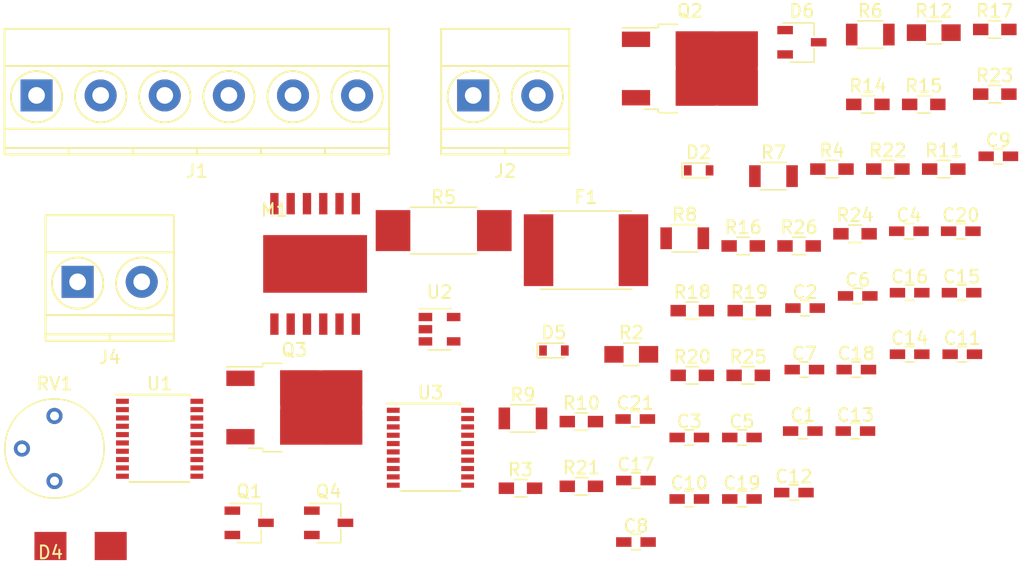
<source format=kicad_pcb>
(kicad_pcb (version 4) (host pcbnew 4.0.7)

  (general
    (links 135)
    (no_connects 127)
    (area 55.88 40.64 135.891905 85.65)
    (thickness 1.6)
    (drawings 0)
    (tracks 0)
    (zones 0)
    (modules 62)
    (nets 58)
  )

  (page A4)
  (layers
    (0 F.Cu signal)
    (31 B.Cu signal)
    (32 B.Adhes user)
    (33 F.Adhes user)
    (34 B.Paste user)
    (35 F.Paste user)
    (36 B.SilkS user)
    (37 F.SilkS user)
    (38 B.Mask user)
    (39 F.Mask user)
    (40 Dwgs.User user)
    (41 Cmts.User user)
    (42 Eco1.User user)
    (43 Eco2.User user)
    (44 Edge.Cuts user)
    (45 Margin user)
    (46 B.CrtYd user)
    (47 F.CrtYd user)
    (48 B.Fab user)
    (49 F.Fab user)
  )

  (setup
    (last_trace_width 0.25)
    (trace_clearance 0.2)
    (zone_clearance 0.508)
    (zone_45_only no)
    (trace_min 0.2)
    (segment_width 0.2)
    (edge_width 0.1)
    (via_size 0.6)
    (via_drill 0.4)
    (via_min_size 0.4)
    (via_min_drill 0.3)
    (uvia_size 0.3)
    (uvia_drill 0.1)
    (uvias_allowed no)
    (uvia_min_size 0.2)
    (uvia_min_drill 0.1)
    (pcb_text_width 0.3)
    (pcb_text_size 1.5 1.5)
    (mod_edge_width 0.15)
    (mod_text_size 1 1)
    (mod_text_width 0.15)
    (pad_size 1.5 1.5)
    (pad_drill 0.6)
    (pad_to_mask_clearance 0)
    (aux_axis_origin 0 0)
    (visible_elements FFFFFF7F)
    (pcbplotparams
      (layerselection 0x00030_80000001)
      (usegerberextensions false)
      (excludeedgelayer true)
      (linewidth 0.100000)
      (plotframeref false)
      (viasonmask false)
      (mode 1)
      (useauxorigin false)
      (hpglpennumber 1)
      (hpglpenspeed 20)
      (hpglpendiameter 15)
      (hpglpenoverlay 2)
      (psnegative false)
      (psa4output false)
      (plotreference true)
      (plotvalue true)
      (plotinvisibletext false)
      (padsonsilk false)
      (subtractmaskfromsilk false)
      (outputformat 1)
      (mirror false)
      (drillshape 1)
      (scaleselection 1)
      (outputdirectory ""))
  )

  (net 0 "")
  (net 1 GND)
  (net 2 BAT1N)
  (net 3 BATNOUT)
  (net 4 BAT+)
  (net 5 "Net-(C3-Pad2)")
  (net 6 "Net-(C4-Pad2)")
  (net 7 "Net-(C5-Pad1)")
  (net 8 "Net-(C6-Pad1)")
  (net 9 "Net-(C6-Pad2)")
  (net 10 BATPOUT)
  (net 11 "Net-(C9-Pad2)")
  (net 12 "Net-(C10-Pad1)")
  (net 13 "Net-(C12-Pad1)")
  (net 14 "Net-(C12-Pad2)")
  (net 15 REGOUT)
  (net 16 "Net-(C13-Pad2)")
  (net 17 BAT)
  (net 18 "Net-(C14-Pad2)")
  (net 19 VDD)
  (net 20 "Net-(C19-Pad1)")
  (net 21 OUT1)
  (net 22 OUT2)
  (net 23 "Net-(D2-Pad1)")
  (net 24 TS1)
  (net 25 "Net-(D5-Pad2)")
  (net 26 BAT3P)
  (net 27 BAT2P)
  (net 28 BAT1P)
  (net 29 DIR)
  (net 30 "Net-(M1-Pad3)")
  (net 31 SI)
  (net 32 NSS)
  (net 33 CLK)
  (net 34 DIS)
  (net 35 PWM)
  (net 36 "Net-(Q1-Pad1)")
  (net 37 "Net-(D1-Pad2)")
  (net 38 "Net-(Q1-Pad3)")
  (net 39 "Net-(Q2-Pad1)")
  (net 40 "Net-(Q2-Pad2)")
  (net 41 "Net-(Q3-Pad1)")
  (net 42 "Net-(Q4-Pad1)")
  (net 43 "Net-(Q4-Pad3)")
  (net 44 DSG)
  (net 45 CHG)
  (net 46 "Net-(R19-Pad2)")
  (net 47 SO)
  (net 48 SCL)
  (net 49 SDA)
  (net 50 ADC_IN)
  (net 51 "Net-(U1-Pad11)")
  (net 52 "Net-(U3-Pad2)")
  (net 53 SWIM)
  (net 54 RST)
  (net 55 "Net-(U3-Pad5)")
  (net 56 "Net-(U3-Pad6)")
  (net 57 "Net-(U3-Pad9)")

  (net_class Default "This is the default net class."
    (clearance 0.2)
    (trace_width 0.25)
    (via_dia 0.6)
    (via_drill 0.4)
    (uvia_dia 0.3)
    (uvia_drill 0.1)
    (add_net ADC_IN)
    (add_net BAT)
    (add_net BAT+)
    (add_net BAT1N)
    (add_net BAT1P)
    (add_net BAT2P)
    (add_net BAT3P)
    (add_net BATNOUT)
    (add_net BATPOUT)
    (add_net CHG)
    (add_net CLK)
    (add_net DIR)
    (add_net DIS)
    (add_net DSG)
    (add_net GND)
    (add_net NSS)
    (add_net "Net-(C10-Pad1)")
    (add_net "Net-(C12-Pad1)")
    (add_net "Net-(C12-Pad2)")
    (add_net "Net-(C13-Pad2)")
    (add_net "Net-(C14-Pad2)")
    (add_net "Net-(C19-Pad1)")
    (add_net "Net-(C3-Pad2)")
    (add_net "Net-(C4-Pad2)")
    (add_net "Net-(C5-Pad1)")
    (add_net "Net-(C6-Pad1)")
    (add_net "Net-(C6-Pad2)")
    (add_net "Net-(C9-Pad2)")
    (add_net "Net-(D1-Pad2)")
    (add_net "Net-(D2-Pad1)")
    (add_net "Net-(D5-Pad2)")
    (add_net "Net-(M1-Pad3)")
    (add_net "Net-(Q1-Pad1)")
    (add_net "Net-(Q1-Pad3)")
    (add_net "Net-(Q2-Pad1)")
    (add_net "Net-(Q2-Pad2)")
    (add_net "Net-(Q3-Pad1)")
    (add_net "Net-(Q4-Pad1)")
    (add_net "Net-(Q4-Pad3)")
    (add_net "Net-(R19-Pad2)")
    (add_net "Net-(U1-Pad11)")
    (add_net "Net-(U3-Pad2)")
    (add_net "Net-(U3-Pad5)")
    (add_net "Net-(U3-Pad6)")
    (add_net "Net-(U3-Pad9)")
    (add_net OUT1)
    (add_net OUT2)
    (add_net PWM)
    (add_net REGOUT)
    (add_net RST)
    (add_net SCL)
    (add_net SDA)
    (add_net SI)
    (add_net SO)
    (add_net SWIM)
    (add_net TS1)
    (add_net VDD)
  )

  (module Capacitors_SMD:C_0603_HandSoldering (layer F.Cu) (tedit 58AA848B) (tstamp 5AC8F9DD)
    (at 118.560952 74.415)
    (descr "Capacitor SMD 0603, hand soldering")
    (tags "capacitor 0603")
    (path /5AC947B6)
    (attr smd)
    (fp_text reference C1 (at 0 -1.25) (layer F.SilkS)
      (effects (font (size 1 1) (thickness 0.15)))
    )
    (fp_text value 100n (at 0 1.5) (layer F.Fab)
      (effects (font (size 1 1) (thickness 0.15)))
    )
    (fp_text user %R (at 0 -1.25) (layer F.Fab)
      (effects (font (size 1 1) (thickness 0.15)))
    )
    (fp_line (start -0.8 0.4) (end -0.8 -0.4) (layer F.Fab) (width 0.1))
    (fp_line (start 0.8 0.4) (end -0.8 0.4) (layer F.Fab) (width 0.1))
    (fp_line (start 0.8 -0.4) (end 0.8 0.4) (layer F.Fab) (width 0.1))
    (fp_line (start -0.8 -0.4) (end 0.8 -0.4) (layer F.Fab) (width 0.1))
    (fp_line (start -0.35 -0.6) (end 0.35 -0.6) (layer F.SilkS) (width 0.12))
    (fp_line (start 0.35 0.6) (end -0.35 0.6) (layer F.SilkS) (width 0.12))
    (fp_line (start -1.8 -0.65) (end 1.8 -0.65) (layer F.CrtYd) (width 0.05))
    (fp_line (start -1.8 -0.65) (end -1.8 0.65) (layer F.CrtYd) (width 0.05))
    (fp_line (start 1.8 0.65) (end 1.8 -0.65) (layer F.CrtYd) (width 0.05))
    (fp_line (start 1.8 0.65) (end -1.8 0.65) (layer F.CrtYd) (width 0.05))
    (pad 1 smd rect (at -0.95 0) (size 1.2 0.75) (layers F.Cu F.Paste F.Mask)
      (net 1 GND))
    (pad 2 smd rect (at 0.95 0) (size 1.2 0.75) (layers F.Cu F.Paste F.Mask)
      (net 2 BAT1N))
    (model Capacitors_SMD.3dshapes/C_0603.wrl
      (at (xyz 0 0 0))
      (scale (xyz 1 1 1))
      (rotate (xyz 0 0 0))
    )
  )

  (module Capacitors_SMD:C_0603_HandSoldering (layer F.Cu) (tedit 58AA848B) (tstamp 5AC8F9EE)
    (at 118.740952 64.815)
    (descr "Capacitor SMD 0603, hand soldering")
    (tags "capacitor 0603")
    (path /5AC94898)
    (attr smd)
    (fp_text reference C2 (at 0 -1.25) (layer F.SilkS)
      (effects (font (size 1 1) (thickness 0.15)))
    )
    (fp_text value 100n (at 0 1.5) (layer F.Fab)
      (effects (font (size 1 1) (thickness 0.15)))
    )
    (fp_text user %R (at 0 -1.25) (layer F.Fab)
      (effects (font (size 1 1) (thickness 0.15)))
    )
    (fp_line (start -0.8 0.4) (end -0.8 -0.4) (layer F.Fab) (width 0.1))
    (fp_line (start 0.8 0.4) (end -0.8 0.4) (layer F.Fab) (width 0.1))
    (fp_line (start 0.8 -0.4) (end 0.8 0.4) (layer F.Fab) (width 0.1))
    (fp_line (start -0.8 -0.4) (end 0.8 -0.4) (layer F.Fab) (width 0.1))
    (fp_line (start -0.35 -0.6) (end 0.35 -0.6) (layer F.SilkS) (width 0.12))
    (fp_line (start 0.35 0.6) (end -0.35 0.6) (layer F.SilkS) (width 0.12))
    (fp_line (start -1.8 -0.65) (end 1.8 -0.65) (layer F.CrtYd) (width 0.05))
    (fp_line (start -1.8 -0.65) (end -1.8 0.65) (layer F.CrtYd) (width 0.05))
    (fp_line (start 1.8 0.65) (end 1.8 -0.65) (layer F.CrtYd) (width 0.05))
    (fp_line (start 1.8 0.65) (end -1.8 0.65) (layer F.CrtYd) (width 0.05))
    (pad 1 smd rect (at -0.95 0) (size 1.2 0.75) (layers F.Cu F.Paste F.Mask)
      (net 1 GND))
    (pad 2 smd rect (at 0.95 0) (size 1.2 0.75) (layers F.Cu F.Paste F.Mask)
      (net 3 BATNOUT))
    (model Capacitors_SMD.3dshapes/C_0603.wrl
      (at (xyz 0 0 0))
      (scale (xyz 1 1 1))
      (rotate (xyz 0 0 0))
    )
  )

  (module Capacitors_SMD:C_0603_HandSoldering (layer F.Cu) (tedit 58AA848B) (tstamp 5AC8F9FF)
    (at 109.710952 74.915)
    (descr "Capacitor SMD 0603, hand soldering")
    (tags "capacitor 0603")
    (path /5AC9126F)
    (attr smd)
    (fp_text reference C3 (at 0 -1.25) (layer F.SilkS)
      (effects (font (size 1 1) (thickness 0.15)))
    )
    (fp_text value 100n (at 0 1.5) (layer F.Fab)
      (effects (font (size 1 1) (thickness 0.15)))
    )
    (fp_text user %R (at 0 -1.25) (layer F.Fab)
      (effects (font (size 1 1) (thickness 0.15)))
    )
    (fp_line (start -0.8 0.4) (end -0.8 -0.4) (layer F.Fab) (width 0.1))
    (fp_line (start 0.8 0.4) (end -0.8 0.4) (layer F.Fab) (width 0.1))
    (fp_line (start 0.8 -0.4) (end 0.8 0.4) (layer F.Fab) (width 0.1))
    (fp_line (start -0.8 -0.4) (end 0.8 -0.4) (layer F.Fab) (width 0.1))
    (fp_line (start -0.35 -0.6) (end 0.35 -0.6) (layer F.SilkS) (width 0.12))
    (fp_line (start 0.35 0.6) (end -0.35 0.6) (layer F.SilkS) (width 0.12))
    (fp_line (start -1.8 -0.65) (end 1.8 -0.65) (layer F.CrtYd) (width 0.05))
    (fp_line (start -1.8 -0.65) (end -1.8 0.65) (layer F.CrtYd) (width 0.05))
    (fp_line (start 1.8 0.65) (end 1.8 -0.65) (layer F.CrtYd) (width 0.05))
    (fp_line (start 1.8 0.65) (end -1.8 0.65) (layer F.CrtYd) (width 0.05))
    (pad 1 smd rect (at -0.95 0) (size 1.2 0.75) (layers F.Cu F.Paste F.Mask)
      (net 4 BAT+))
    (pad 2 smd rect (at 0.95 0) (size 1.2 0.75) (layers F.Cu F.Paste F.Mask)
      (net 5 "Net-(C3-Pad2)"))
    (model Capacitors_SMD.3dshapes/C_0603.wrl
      (at (xyz 0 0 0))
      (scale (xyz 1 1 1))
      (rotate (xyz 0 0 0))
    )
  )

  (module Capacitors_SMD:C_0603_HandSoldering (layer F.Cu) (tedit 58AA848B) (tstamp 5AC8FA10)
    (at 126.835001 58.815)
    (descr "Capacitor SMD 0603, hand soldering")
    (tags "capacitor 0603")
    (path /5ACAD3E4)
    (attr smd)
    (fp_text reference C4 (at 0 -1.25) (layer F.SilkS)
      (effects (font (size 1 1) (thickness 0.15)))
    )
    (fp_text value 1u (at 0 1.5) (layer F.Fab)
      (effects (font (size 1 1) (thickness 0.15)))
    )
    (fp_text user %R (at 0 -1.25) (layer F.Fab)
      (effects (font (size 1 1) (thickness 0.15)))
    )
    (fp_line (start -0.8 0.4) (end -0.8 -0.4) (layer F.Fab) (width 0.1))
    (fp_line (start 0.8 0.4) (end -0.8 0.4) (layer F.Fab) (width 0.1))
    (fp_line (start 0.8 -0.4) (end 0.8 0.4) (layer F.Fab) (width 0.1))
    (fp_line (start -0.8 -0.4) (end 0.8 -0.4) (layer F.Fab) (width 0.1))
    (fp_line (start -0.35 -0.6) (end 0.35 -0.6) (layer F.SilkS) (width 0.12))
    (fp_line (start 0.35 0.6) (end -0.35 0.6) (layer F.SilkS) (width 0.12))
    (fp_line (start -1.8 -0.65) (end 1.8 -0.65) (layer F.CrtYd) (width 0.05))
    (fp_line (start -1.8 -0.65) (end -1.8 0.65) (layer F.CrtYd) (width 0.05))
    (fp_line (start 1.8 0.65) (end 1.8 -0.65) (layer F.CrtYd) (width 0.05))
    (fp_line (start 1.8 0.65) (end -1.8 0.65) (layer F.CrtYd) (width 0.05))
    (pad 1 smd rect (at -0.95 0) (size 1.2 0.75) (layers F.Cu F.Paste F.Mask)
      (net 1 GND))
    (pad 2 smd rect (at 0.95 0) (size 1.2 0.75) (layers F.Cu F.Paste F.Mask)
      (net 6 "Net-(C4-Pad2)"))
    (model Capacitors_SMD.3dshapes/C_0603.wrl
      (at (xyz 0 0 0))
      (scale (xyz 1 1 1))
      (rotate (xyz 0 0 0))
    )
  )

  (module Capacitors_SMD:C_0603_HandSoldering (layer F.Cu) (tedit 58AA848B) (tstamp 5AC8FA21)
    (at 113.815001 74.915)
    (descr "Capacitor SMD 0603, hand soldering")
    (tags "capacitor 0603")
    (path /5ACAD2F2)
    (attr smd)
    (fp_text reference C5 (at 0 -1.25) (layer F.SilkS)
      (effects (font (size 1 1) (thickness 0.15)))
    )
    (fp_text value 1u (at 0 1.5) (layer F.Fab)
      (effects (font (size 1 1) (thickness 0.15)))
    )
    (fp_text user %R (at 0 -1.25) (layer F.Fab)
      (effects (font (size 1 1) (thickness 0.15)))
    )
    (fp_line (start -0.8 0.4) (end -0.8 -0.4) (layer F.Fab) (width 0.1))
    (fp_line (start 0.8 0.4) (end -0.8 0.4) (layer F.Fab) (width 0.1))
    (fp_line (start 0.8 -0.4) (end 0.8 0.4) (layer F.Fab) (width 0.1))
    (fp_line (start -0.8 -0.4) (end 0.8 -0.4) (layer F.Fab) (width 0.1))
    (fp_line (start -0.35 -0.6) (end 0.35 -0.6) (layer F.SilkS) (width 0.12))
    (fp_line (start 0.35 0.6) (end -0.35 0.6) (layer F.SilkS) (width 0.12))
    (fp_line (start -1.8 -0.65) (end 1.8 -0.65) (layer F.CrtYd) (width 0.05))
    (fp_line (start -1.8 -0.65) (end -1.8 0.65) (layer F.CrtYd) (width 0.05))
    (fp_line (start 1.8 0.65) (end 1.8 -0.65) (layer F.CrtYd) (width 0.05))
    (fp_line (start 1.8 0.65) (end -1.8 0.65) (layer F.CrtYd) (width 0.05))
    (pad 1 smd rect (at -0.95 0) (size 1.2 0.75) (layers F.Cu F.Paste F.Mask)
      (net 7 "Net-(C5-Pad1)"))
    (pad 2 smd rect (at 0.95 0) (size 1.2 0.75) (layers F.Cu F.Paste F.Mask)
      (net 1 GND))
    (model Capacitors_SMD.3dshapes/C_0603.wrl
      (at (xyz 0 0 0))
      (scale (xyz 1 1 1))
      (rotate (xyz 0 0 0))
    )
  )

  (module Capacitors_SMD:C_0603_HandSoldering (layer F.Cu) (tedit 58AA848B) (tstamp 5AC8FA32)
    (at 122.845001 63.865)
    (descr "Capacitor SMD 0603, hand soldering")
    (tags "capacitor 0603")
    (path /5AC8CC8D)
    (attr smd)
    (fp_text reference C6 (at 0 -1.25) (layer F.SilkS)
      (effects (font (size 1 1) (thickness 0.15)))
    )
    (fp_text value 1u (at 0 1.5) (layer F.Fab)
      (effects (font (size 1 1) (thickness 0.15)))
    )
    (fp_text user %R (at 0 -1.25) (layer F.Fab)
      (effects (font (size 1 1) (thickness 0.15)))
    )
    (fp_line (start -0.8 0.4) (end -0.8 -0.4) (layer F.Fab) (width 0.1))
    (fp_line (start 0.8 0.4) (end -0.8 0.4) (layer F.Fab) (width 0.1))
    (fp_line (start 0.8 -0.4) (end 0.8 0.4) (layer F.Fab) (width 0.1))
    (fp_line (start -0.8 -0.4) (end 0.8 -0.4) (layer F.Fab) (width 0.1))
    (fp_line (start -0.35 -0.6) (end 0.35 -0.6) (layer F.SilkS) (width 0.12))
    (fp_line (start 0.35 0.6) (end -0.35 0.6) (layer F.SilkS) (width 0.12))
    (fp_line (start -1.8 -0.65) (end 1.8 -0.65) (layer F.CrtYd) (width 0.05))
    (fp_line (start -1.8 -0.65) (end -1.8 0.65) (layer F.CrtYd) (width 0.05))
    (fp_line (start 1.8 0.65) (end 1.8 -0.65) (layer F.CrtYd) (width 0.05))
    (fp_line (start 1.8 0.65) (end -1.8 0.65) (layer F.CrtYd) (width 0.05))
    (pad 1 smd rect (at -0.95 0) (size 1.2 0.75) (layers F.Cu F.Paste F.Mask)
      (net 8 "Net-(C6-Pad1)"))
    (pad 2 smd rect (at 0.95 0) (size 1.2 0.75) (layers F.Cu F.Paste F.Mask)
      (net 9 "Net-(C6-Pad2)"))
    (model Capacitors_SMD.3dshapes/C_0603.wrl
      (at (xyz 0 0 0))
      (scale (xyz 1 1 1))
      (rotate (xyz 0 0 0))
    )
  )

  (module Capacitors_SMD:C_0603_HandSoldering (layer F.Cu) (tedit 58AA848B) (tstamp 5AC8FA43)
    (at 118.685001 69.615)
    (descr "Capacitor SMD 0603, hand soldering")
    (tags "capacitor 0603")
    (path /5ACAD20B)
    (attr smd)
    (fp_text reference C7 (at 0 -1.25) (layer F.SilkS)
      (effects (font (size 1 1) (thickness 0.15)))
    )
    (fp_text value 1u (at 0 1.5) (layer F.Fab)
      (effects (font (size 1 1) (thickness 0.15)))
    )
    (fp_text user %R (at 0 -1.25) (layer F.Fab)
      (effects (font (size 1 1) (thickness 0.15)))
    )
    (fp_line (start -0.8 0.4) (end -0.8 -0.4) (layer F.Fab) (width 0.1))
    (fp_line (start 0.8 0.4) (end -0.8 0.4) (layer F.Fab) (width 0.1))
    (fp_line (start 0.8 -0.4) (end 0.8 0.4) (layer F.Fab) (width 0.1))
    (fp_line (start -0.8 -0.4) (end 0.8 -0.4) (layer F.Fab) (width 0.1))
    (fp_line (start -0.35 -0.6) (end 0.35 -0.6) (layer F.SilkS) (width 0.12))
    (fp_line (start 0.35 0.6) (end -0.35 0.6) (layer F.SilkS) (width 0.12))
    (fp_line (start -1.8 -0.65) (end 1.8 -0.65) (layer F.CrtYd) (width 0.05))
    (fp_line (start -1.8 -0.65) (end -1.8 0.65) (layer F.CrtYd) (width 0.05))
    (fp_line (start 1.8 0.65) (end 1.8 -0.65) (layer F.CrtYd) (width 0.05))
    (fp_line (start 1.8 0.65) (end -1.8 0.65) (layer F.CrtYd) (width 0.05))
    (pad 1 smd rect (at -0.95 0) (size 1.2 0.75) (layers F.Cu F.Paste F.Mask)
      (net 9 "Net-(C6-Pad2)"))
    (pad 2 smd rect (at 0.95 0) (size 1.2 0.75) (layers F.Cu F.Paste F.Mask)
      (net 7 "Net-(C5-Pad1)"))
    (model Capacitors_SMD.3dshapes/C_0603.wrl
      (at (xyz 0 0 0))
      (scale (xyz 1 1 1))
      (rotate (xyz 0 0 0))
    )
  )

  (module Capacitors_SMD:C_0603_HandSoldering (layer F.Cu) (tedit 58AA848B) (tstamp 5AC8FA54)
    (at 105.550952 83.075)
    (descr "Capacitor SMD 0603, hand soldering")
    (tags "capacitor 0603")
    (path /5AC911D1)
    (attr smd)
    (fp_text reference C8 (at 0 -1.25) (layer F.SilkS)
      (effects (font (size 1 1) (thickness 0.15)))
    )
    (fp_text value 100n (at 0 1.5) (layer F.Fab)
      (effects (font (size 1 1) (thickness 0.15)))
    )
    (fp_text user %R (at 0 -1.25) (layer F.Fab)
      (effects (font (size 1 1) (thickness 0.15)))
    )
    (fp_line (start -0.8 0.4) (end -0.8 -0.4) (layer F.Fab) (width 0.1))
    (fp_line (start 0.8 0.4) (end -0.8 0.4) (layer F.Fab) (width 0.1))
    (fp_line (start 0.8 -0.4) (end 0.8 0.4) (layer F.Fab) (width 0.1))
    (fp_line (start -0.8 -0.4) (end 0.8 -0.4) (layer F.Fab) (width 0.1))
    (fp_line (start -0.35 -0.6) (end 0.35 -0.6) (layer F.SilkS) (width 0.12))
    (fp_line (start 0.35 0.6) (end -0.35 0.6) (layer F.SilkS) (width 0.12))
    (fp_line (start -1.8 -0.65) (end 1.8 -0.65) (layer F.CrtYd) (width 0.05))
    (fp_line (start -1.8 -0.65) (end -1.8 0.65) (layer F.CrtYd) (width 0.05))
    (fp_line (start 1.8 0.65) (end 1.8 -0.65) (layer F.CrtYd) (width 0.05))
    (fp_line (start 1.8 0.65) (end -1.8 0.65) (layer F.CrtYd) (width 0.05))
    (pad 1 smd rect (at -0.95 0) (size 1.2 0.75) (layers F.Cu F.Paste F.Mask)
      (net 5 "Net-(C3-Pad2)"))
    (pad 2 smd rect (at 0.95 0) (size 1.2 0.75) (layers F.Cu F.Paste F.Mask)
      (net 10 BATPOUT))
    (model Capacitors_SMD.3dshapes/C_0603.wrl
      (at (xyz 0 0 0))
      (scale (xyz 1 1 1))
      (rotate (xyz 0 0 0))
    )
  )

  (module Capacitors_SMD:C_0603_HandSoldering (layer F.Cu) (tedit 58AA848B) (tstamp 5AC8FA65)
    (at 133.810952 52.965)
    (descr "Capacitor SMD 0603, hand soldering")
    (tags "capacitor 0603")
    (path /5AC8FC62)
    (attr smd)
    (fp_text reference C9 (at 0 -1.25) (layer F.SilkS)
      (effects (font (size 1 1) (thickness 0.15)))
    )
    (fp_text value 470p (at 0 1.5) (layer F.Fab)
      (effects (font (size 1 1) (thickness 0.15)))
    )
    (fp_text user %R (at 0 -1.25) (layer F.Fab)
      (effects (font (size 1 1) (thickness 0.15)))
    )
    (fp_line (start -0.8 0.4) (end -0.8 -0.4) (layer F.Fab) (width 0.1))
    (fp_line (start 0.8 0.4) (end -0.8 0.4) (layer F.Fab) (width 0.1))
    (fp_line (start 0.8 -0.4) (end 0.8 0.4) (layer F.Fab) (width 0.1))
    (fp_line (start -0.8 -0.4) (end 0.8 -0.4) (layer F.Fab) (width 0.1))
    (fp_line (start -0.35 -0.6) (end 0.35 -0.6) (layer F.SilkS) (width 0.12))
    (fp_line (start 0.35 0.6) (end -0.35 0.6) (layer F.SilkS) (width 0.12))
    (fp_line (start -1.8 -0.65) (end 1.8 -0.65) (layer F.CrtYd) (width 0.05))
    (fp_line (start -1.8 -0.65) (end -1.8 0.65) (layer F.CrtYd) (width 0.05))
    (fp_line (start 1.8 0.65) (end 1.8 -0.65) (layer F.CrtYd) (width 0.05))
    (fp_line (start 1.8 0.65) (end -1.8 0.65) (layer F.CrtYd) (width 0.05))
    (pad 1 smd rect (at -0.95 0) (size 1.2 0.75) (layers F.Cu F.Paste F.Mask)
      (net 1 GND))
    (pad 2 smd rect (at 0.95 0) (size 1.2 0.75) (layers F.Cu F.Paste F.Mask)
      (net 11 "Net-(C9-Pad2)"))
    (model Capacitors_SMD.3dshapes/C_0603.wrl
      (at (xyz 0 0 0))
      (scale (xyz 1 1 1))
      (rotate (xyz 0 0 0))
    )
  )

  (module Capacitors_SMD:C_0603_HandSoldering (layer F.Cu) (tedit 58AA848B) (tstamp 5AC8FA76)
    (at 109.710952 79.715)
    (descr "Capacitor SMD 0603, hand soldering")
    (tags "capacitor 0603")
    (path /5AC91676)
    (attr smd)
    (fp_text reference C10 (at 0 -1.25) (layer F.SilkS)
      (effects (font (size 1 1) (thickness 0.15)))
    )
    (fp_text value 100n (at 0 1.5) (layer F.Fab)
      (effects (font (size 1 1) (thickness 0.15)))
    )
    (fp_text user %R (at 0 -1.25) (layer F.Fab)
      (effects (font (size 1 1) (thickness 0.15)))
    )
    (fp_line (start -0.8 0.4) (end -0.8 -0.4) (layer F.Fab) (width 0.1))
    (fp_line (start 0.8 0.4) (end -0.8 0.4) (layer F.Fab) (width 0.1))
    (fp_line (start 0.8 -0.4) (end 0.8 0.4) (layer F.Fab) (width 0.1))
    (fp_line (start -0.8 -0.4) (end 0.8 -0.4) (layer F.Fab) (width 0.1))
    (fp_line (start -0.35 -0.6) (end 0.35 -0.6) (layer F.SilkS) (width 0.12))
    (fp_line (start 0.35 0.6) (end -0.35 0.6) (layer F.SilkS) (width 0.12))
    (fp_line (start -1.8 -0.65) (end 1.8 -0.65) (layer F.CrtYd) (width 0.05))
    (fp_line (start -1.8 -0.65) (end -1.8 0.65) (layer F.CrtYd) (width 0.05))
    (fp_line (start 1.8 0.65) (end 1.8 -0.65) (layer F.CrtYd) (width 0.05))
    (fp_line (start 1.8 0.65) (end -1.8 0.65) (layer F.CrtYd) (width 0.05))
    (pad 1 smd rect (at -0.95 0) (size 1.2 0.75) (layers F.Cu F.Paste F.Mask)
      (net 12 "Net-(C10-Pad1)"))
    (pad 2 smd rect (at 0.95 0) (size 1.2 0.75) (layers F.Cu F.Paste F.Mask)
      (net 10 BATPOUT))
    (model Capacitors_SMD.3dshapes/C_0603.wrl
      (at (xyz 0 0 0))
      (scale (xyz 1 1 1))
      (rotate (xyz 0 0 0))
    )
  )

  (module Capacitors_SMD:C_0603_HandSoldering (layer F.Cu) (tedit 58AA848B) (tstamp 5AC8FA87)
    (at 131.000952 68.415)
    (descr "Capacitor SMD 0603, hand soldering")
    (tags "capacitor 0603")
    (path /5AC90F3B)
    (attr smd)
    (fp_text reference C11 (at 0 -1.25) (layer F.SilkS)
      (effects (font (size 1 1) (thickness 0.15)))
    )
    (fp_text value 100n (at 0 1.5) (layer F.Fab)
      (effects (font (size 1 1) (thickness 0.15)))
    )
    (fp_text user %R (at 0 -1.25) (layer F.Fab)
      (effects (font (size 1 1) (thickness 0.15)))
    )
    (fp_line (start -0.8 0.4) (end -0.8 -0.4) (layer F.Fab) (width 0.1))
    (fp_line (start 0.8 0.4) (end -0.8 0.4) (layer F.Fab) (width 0.1))
    (fp_line (start 0.8 -0.4) (end 0.8 0.4) (layer F.Fab) (width 0.1))
    (fp_line (start -0.8 -0.4) (end 0.8 -0.4) (layer F.Fab) (width 0.1))
    (fp_line (start -0.35 -0.6) (end 0.35 -0.6) (layer F.SilkS) (width 0.12))
    (fp_line (start 0.35 0.6) (end -0.35 0.6) (layer F.SilkS) (width 0.12))
    (fp_line (start -1.8 -0.65) (end 1.8 -0.65) (layer F.CrtYd) (width 0.05))
    (fp_line (start -1.8 -0.65) (end -1.8 0.65) (layer F.CrtYd) (width 0.05))
    (fp_line (start 1.8 0.65) (end 1.8 -0.65) (layer F.CrtYd) (width 0.05))
    (fp_line (start 1.8 0.65) (end -1.8 0.65) (layer F.CrtYd) (width 0.05))
    (pad 1 smd rect (at -0.95 0) (size 1.2 0.75) (layers F.Cu F.Paste F.Mask)
      (net 3 BATNOUT))
    (pad 2 smd rect (at 0.95 0) (size 1.2 0.75) (layers F.Cu F.Paste F.Mask)
      (net 12 "Net-(C10-Pad1)"))
    (model Capacitors_SMD.3dshapes/C_0603.wrl
      (at (xyz 0 0 0))
      (scale (xyz 1 1 1))
      (rotate (xyz 0 0 0))
    )
  )

  (module Capacitors_SMD:C_0603_HandSoldering (layer F.Cu) (tedit 58AA848B) (tstamp 5AC8FA98)
    (at 117.865001 79.215)
    (descr "Capacitor SMD 0603, hand soldering")
    (tags "capacitor 0603")
    (path /5AC8CD5B)
    (attr smd)
    (fp_text reference C12 (at 0 -1.25) (layer F.SilkS)
      (effects (font (size 1 1) (thickness 0.15)))
    )
    (fp_text value 1u (at 0 1.5) (layer F.Fab)
      (effects (font (size 1 1) (thickness 0.15)))
    )
    (fp_text user %R (at 0 -1.25) (layer F.Fab)
      (effects (font (size 1 1) (thickness 0.15)))
    )
    (fp_line (start -0.8 0.4) (end -0.8 -0.4) (layer F.Fab) (width 0.1))
    (fp_line (start 0.8 0.4) (end -0.8 0.4) (layer F.Fab) (width 0.1))
    (fp_line (start 0.8 -0.4) (end 0.8 0.4) (layer F.Fab) (width 0.1))
    (fp_line (start -0.8 -0.4) (end 0.8 -0.4) (layer F.Fab) (width 0.1))
    (fp_line (start -0.35 -0.6) (end 0.35 -0.6) (layer F.SilkS) (width 0.12))
    (fp_line (start 0.35 0.6) (end -0.35 0.6) (layer F.SilkS) (width 0.12))
    (fp_line (start -1.8 -0.65) (end 1.8 -0.65) (layer F.CrtYd) (width 0.05))
    (fp_line (start -1.8 -0.65) (end -1.8 0.65) (layer F.CrtYd) (width 0.05))
    (fp_line (start 1.8 0.65) (end 1.8 -0.65) (layer F.CrtYd) (width 0.05))
    (fp_line (start 1.8 0.65) (end -1.8 0.65) (layer F.CrtYd) (width 0.05))
    (pad 1 smd rect (at -0.95 0) (size 1.2 0.75) (layers F.Cu F.Paste F.Mask)
      (net 13 "Net-(C12-Pad1)"))
    (pad 2 smd rect (at 0.95 0) (size 1.2 0.75) (layers F.Cu F.Paste F.Mask)
      (net 14 "Net-(C12-Pad2)"))
    (model Capacitors_SMD.3dshapes/C_0603.wrl
      (at (xyz 0 0 0))
      (scale (xyz 1 1 1))
      (rotate (xyz 0 0 0))
    )
  )

  (module Capacitors_SMD:C_0603_HandSoldering (layer F.Cu) (tedit 58AA848B) (tstamp 5AC8FAA9)
    (at 122.665001 74.415)
    (descr "Capacitor SMD 0603, hand soldering")
    (tags "capacitor 0603")
    (path /5AC8DB65)
    (attr smd)
    (fp_text reference C13 (at 0 -1.25) (layer F.SilkS)
      (effects (font (size 1 1) (thickness 0.15)))
    )
    (fp_text value 4.7u (at 0 1.5) (layer F.Fab)
      (effects (font (size 1 1) (thickness 0.15)))
    )
    (fp_text user %R (at 0 -1.25) (layer F.Fab)
      (effects (font (size 1 1) (thickness 0.15)))
    )
    (fp_line (start -0.8 0.4) (end -0.8 -0.4) (layer F.Fab) (width 0.1))
    (fp_line (start 0.8 0.4) (end -0.8 0.4) (layer F.Fab) (width 0.1))
    (fp_line (start 0.8 -0.4) (end 0.8 0.4) (layer F.Fab) (width 0.1))
    (fp_line (start -0.8 -0.4) (end 0.8 -0.4) (layer F.Fab) (width 0.1))
    (fp_line (start -0.35 -0.6) (end 0.35 -0.6) (layer F.SilkS) (width 0.12))
    (fp_line (start 0.35 0.6) (end -0.35 0.6) (layer F.SilkS) (width 0.12))
    (fp_line (start -1.8 -0.65) (end 1.8 -0.65) (layer F.CrtYd) (width 0.05))
    (fp_line (start -1.8 -0.65) (end -1.8 0.65) (layer F.CrtYd) (width 0.05))
    (fp_line (start 1.8 0.65) (end 1.8 -0.65) (layer F.CrtYd) (width 0.05))
    (fp_line (start 1.8 0.65) (end -1.8 0.65) (layer F.CrtYd) (width 0.05))
    (pad 1 smd rect (at -0.95 0) (size 1.2 0.75) (layers F.Cu F.Paste F.Mask)
      (net 15 REGOUT))
    (pad 2 smd rect (at 0.95 0) (size 1.2 0.75) (layers F.Cu F.Paste F.Mask)
      (net 16 "Net-(C13-Pad2)"))
    (model Capacitors_SMD.3dshapes/C_0603.wrl
      (at (xyz 0 0 0))
      (scale (xyz 1 1 1))
      (rotate (xyz 0 0 0))
    )
  )

  (module Capacitors_SMD:C_0603_HandSoldering (layer F.Cu) (tedit 58AA848B) (tstamp 5AC8FABA)
    (at 126.895001 68.415)
    (descr "Capacitor SMD 0603, hand soldering")
    (tags "capacitor 0603")
    (path /5AC8DBB6)
    (attr smd)
    (fp_text reference C14 (at 0 -1.25) (layer F.SilkS)
      (effects (font (size 1 1) (thickness 0.15)))
    )
    (fp_text value 2.2u (at 0 1.5) (layer F.Fab)
      (effects (font (size 1 1) (thickness 0.15)))
    )
    (fp_text user %R (at 0 -1.25) (layer F.Fab)
      (effects (font (size 1 1) (thickness 0.15)))
    )
    (fp_line (start -0.8 0.4) (end -0.8 -0.4) (layer F.Fab) (width 0.1))
    (fp_line (start 0.8 0.4) (end -0.8 0.4) (layer F.Fab) (width 0.1))
    (fp_line (start 0.8 -0.4) (end 0.8 0.4) (layer F.Fab) (width 0.1))
    (fp_line (start -0.8 -0.4) (end 0.8 -0.4) (layer F.Fab) (width 0.1))
    (fp_line (start -0.35 -0.6) (end 0.35 -0.6) (layer F.SilkS) (width 0.12))
    (fp_line (start 0.35 0.6) (end -0.35 0.6) (layer F.SilkS) (width 0.12))
    (fp_line (start -1.8 -0.65) (end 1.8 -0.65) (layer F.CrtYd) (width 0.05))
    (fp_line (start -1.8 -0.65) (end -1.8 0.65) (layer F.CrtYd) (width 0.05))
    (fp_line (start 1.8 0.65) (end 1.8 -0.65) (layer F.CrtYd) (width 0.05))
    (fp_line (start 1.8 0.65) (end -1.8 0.65) (layer F.CrtYd) (width 0.05))
    (pad 1 smd rect (at -0.95 0) (size 1.2 0.75) (layers F.Cu F.Paste F.Mask)
      (net 17 BAT))
    (pad 2 smd rect (at 0.95 0) (size 1.2 0.75) (layers F.Cu F.Paste F.Mask)
      (net 18 "Net-(C14-Pad2)"))
    (model Capacitors_SMD.3dshapes/C_0603.wrl
      (at (xyz 0 0 0))
      (scale (xyz 1 1 1))
      (rotate (xyz 0 0 0))
    )
  )

  (module Capacitors_SMD:C_0603_HandSoldering (layer F.Cu) (tedit 58AA848B) (tstamp 5AC8FACB)
    (at 130.945001 63.615)
    (descr "Capacitor SMD 0603, hand soldering")
    (tags "capacitor 0603")
    (path /5AC97F0D)
    (attr smd)
    (fp_text reference C15 (at 0 -1.25) (layer F.SilkS)
      (effects (font (size 1 1) (thickness 0.15)))
    )
    (fp_text value 1u (at 0 1.5) (layer F.Fab)
      (effects (font (size 1 1) (thickness 0.15)))
    )
    (fp_text user %R (at 0 -1.25) (layer F.Fab)
      (effects (font (size 1 1) (thickness 0.15)))
    )
    (fp_line (start -0.8 0.4) (end -0.8 -0.4) (layer F.Fab) (width 0.1))
    (fp_line (start 0.8 0.4) (end -0.8 0.4) (layer F.Fab) (width 0.1))
    (fp_line (start 0.8 -0.4) (end 0.8 0.4) (layer F.Fab) (width 0.1))
    (fp_line (start -0.8 -0.4) (end 0.8 -0.4) (layer F.Fab) (width 0.1))
    (fp_line (start -0.35 -0.6) (end 0.35 -0.6) (layer F.SilkS) (width 0.12))
    (fp_line (start 0.35 0.6) (end -0.35 0.6) (layer F.SilkS) (width 0.12))
    (fp_line (start -1.8 -0.65) (end 1.8 -0.65) (layer F.CrtYd) (width 0.05))
    (fp_line (start -1.8 -0.65) (end -1.8 0.65) (layer F.CrtYd) (width 0.05))
    (fp_line (start 1.8 0.65) (end 1.8 -0.65) (layer F.CrtYd) (width 0.05))
    (fp_line (start 1.8 0.65) (end -1.8 0.65) (layer F.CrtYd) (width 0.05))
    (pad 1 smd rect (at -0.95 0) (size 1.2 0.75) (layers F.Cu F.Paste F.Mask)
      (net 10 BATPOUT))
    (pad 2 smd rect (at 0.95 0) (size 1.2 0.75) (layers F.Cu F.Paste F.Mask)
      (net 1 GND))
    (model Capacitors_SMD.3dshapes/C_0603.wrl
      (at (xyz 0 0 0))
      (scale (xyz 1 1 1))
      (rotate (xyz 0 0 0))
    )
  )

  (module Capacitors_SMD:C_0603_HandSoldering (layer F.Cu) (tedit 58AA848B) (tstamp 5AC8FADC)
    (at 126.895001 63.615)
    (descr "Capacitor SMD 0603, hand soldering")
    (tags "capacitor 0603")
    (path /5AC960CB)
    (attr smd)
    (fp_text reference C16 (at 0 -1.25) (layer F.SilkS)
      (effects (font (size 1 1) (thickness 0.15)))
    )
    (fp_text value 1u (at 0 1.5) (layer F.Fab)
      (effects (font (size 1 1) (thickness 0.15)))
    )
    (fp_text user %R (at 0 -1.25) (layer F.Fab)
      (effects (font (size 1 1) (thickness 0.15)))
    )
    (fp_line (start -0.8 0.4) (end -0.8 -0.4) (layer F.Fab) (width 0.1))
    (fp_line (start 0.8 0.4) (end -0.8 0.4) (layer F.Fab) (width 0.1))
    (fp_line (start 0.8 -0.4) (end 0.8 0.4) (layer F.Fab) (width 0.1))
    (fp_line (start -0.8 -0.4) (end 0.8 -0.4) (layer F.Fab) (width 0.1))
    (fp_line (start -0.35 -0.6) (end 0.35 -0.6) (layer F.SilkS) (width 0.12))
    (fp_line (start 0.35 0.6) (end -0.35 0.6) (layer F.SilkS) (width 0.12))
    (fp_line (start -1.8 -0.65) (end 1.8 -0.65) (layer F.CrtYd) (width 0.05))
    (fp_line (start -1.8 -0.65) (end -1.8 0.65) (layer F.CrtYd) (width 0.05))
    (fp_line (start 1.8 0.65) (end 1.8 -0.65) (layer F.CrtYd) (width 0.05))
    (fp_line (start 1.8 0.65) (end -1.8 0.65) (layer F.CrtYd) (width 0.05))
    (pad 1 smd rect (at -0.95 0) (size 1.2 0.75) (layers F.Cu F.Paste F.Mask)
      (net 19 VDD))
    (pad 2 smd rect (at 0.95 0) (size 1.2 0.75) (layers F.Cu F.Paste F.Mask)
      (net 1 GND))
    (model Capacitors_SMD.3dshapes/C_0603.wrl
      (at (xyz 0 0 0))
      (scale (xyz 1 1 1))
      (rotate (xyz 0 0 0))
    )
  )

  (module Capacitors_SMD:C_0603_HandSoldering (layer F.Cu) (tedit 58AA848B) (tstamp 5AC8FAED)
    (at 105.550952 78.275)
    (descr "Capacitor SMD 0603, hand soldering")
    (tags "capacitor 0603")
    (path /5AC961D3)
    (attr smd)
    (fp_text reference C17 (at 0 -1.25) (layer F.SilkS)
      (effects (font (size 1 1) (thickness 0.15)))
    )
    (fp_text value 100n (at 0 1.5) (layer F.Fab)
      (effects (font (size 1 1) (thickness 0.15)))
    )
    (fp_text user %R (at 0 -1.25) (layer F.Fab)
      (effects (font (size 1 1) (thickness 0.15)))
    )
    (fp_line (start -0.8 0.4) (end -0.8 -0.4) (layer F.Fab) (width 0.1))
    (fp_line (start 0.8 0.4) (end -0.8 0.4) (layer F.Fab) (width 0.1))
    (fp_line (start 0.8 -0.4) (end 0.8 0.4) (layer F.Fab) (width 0.1))
    (fp_line (start -0.8 -0.4) (end 0.8 -0.4) (layer F.Fab) (width 0.1))
    (fp_line (start -0.35 -0.6) (end 0.35 -0.6) (layer F.SilkS) (width 0.12))
    (fp_line (start 0.35 0.6) (end -0.35 0.6) (layer F.SilkS) (width 0.12))
    (fp_line (start -1.8 -0.65) (end 1.8 -0.65) (layer F.CrtYd) (width 0.05))
    (fp_line (start -1.8 -0.65) (end -1.8 0.65) (layer F.CrtYd) (width 0.05))
    (fp_line (start 1.8 0.65) (end 1.8 -0.65) (layer F.CrtYd) (width 0.05))
    (fp_line (start 1.8 0.65) (end -1.8 0.65) (layer F.CrtYd) (width 0.05))
    (pad 1 smd rect (at -0.95 0) (size 1.2 0.75) (layers F.Cu F.Paste F.Mask)
      (net 19 VDD))
    (pad 2 smd rect (at 0.95 0) (size 1.2 0.75) (layers F.Cu F.Paste F.Mask)
      (net 1 GND))
    (model Capacitors_SMD.3dshapes/C_0603.wrl
      (at (xyz 0 0 0))
      (scale (xyz 1 1 1))
      (rotate (xyz 0 0 0))
    )
  )

  (module Capacitors_SMD:C_0603_HandSoldering (layer F.Cu) (tedit 58AA848B) (tstamp 5AC8FAFE)
    (at 122.735001 69.615)
    (descr "Capacitor SMD 0603, hand soldering")
    (tags "capacitor 0603")
    (path /5ACA25F7)
    (attr smd)
    (fp_text reference C18 (at 0 -1.25) (layer F.SilkS)
      (effects (font (size 1 1) (thickness 0.15)))
    )
    (fp_text value 0.1u (at 0 1.5) (layer F.Fab)
      (effects (font (size 1 1) (thickness 0.15)))
    )
    (fp_text user %R (at 0 -1.25) (layer F.Fab)
      (effects (font (size 1 1) (thickness 0.15)))
    )
    (fp_line (start -0.8 0.4) (end -0.8 -0.4) (layer F.Fab) (width 0.1))
    (fp_line (start 0.8 0.4) (end -0.8 0.4) (layer F.Fab) (width 0.1))
    (fp_line (start 0.8 -0.4) (end 0.8 0.4) (layer F.Fab) (width 0.1))
    (fp_line (start -0.8 -0.4) (end 0.8 -0.4) (layer F.Fab) (width 0.1))
    (fp_line (start -0.35 -0.6) (end 0.35 -0.6) (layer F.SilkS) (width 0.12))
    (fp_line (start 0.35 0.6) (end -0.35 0.6) (layer F.SilkS) (width 0.12))
    (fp_line (start -1.8 -0.65) (end 1.8 -0.65) (layer F.CrtYd) (width 0.05))
    (fp_line (start -1.8 -0.65) (end -1.8 0.65) (layer F.CrtYd) (width 0.05))
    (fp_line (start 1.8 0.65) (end 1.8 -0.65) (layer F.CrtYd) (width 0.05))
    (fp_line (start 1.8 0.65) (end -1.8 0.65) (layer F.CrtYd) (width 0.05))
    (pad 1 smd rect (at -0.95 0) (size 1.2 0.75) (layers F.Cu F.Paste F.Mask)
      (net 1 GND))
    (pad 2 smd rect (at 0.95 0) (size 1.2 0.75) (layers F.Cu F.Paste F.Mask)
      (net 10 BATPOUT))
    (model Capacitors_SMD.3dshapes/C_0603.wrl
      (at (xyz 0 0 0))
      (scale (xyz 1 1 1))
      (rotate (xyz 0 0 0))
    )
  )

  (module Capacitors_SMD:C_0603_HandSoldering (layer F.Cu) (tedit 58AA848B) (tstamp 5AC8FB0F)
    (at 113.815001 79.715)
    (descr "Capacitor SMD 0603, hand soldering")
    (tags "capacitor 0603")
    (path /5AC9811B)
    (attr smd)
    (fp_text reference C19 (at 0 -1.25) (layer F.SilkS)
      (effects (font (size 1 1) (thickness 0.15)))
    )
    (fp_text value 2.2u (at 0 1.5) (layer F.Fab)
      (effects (font (size 1 1) (thickness 0.15)))
    )
    (fp_text user %R (at 0 -1.25) (layer F.Fab)
      (effects (font (size 1 1) (thickness 0.15)))
    )
    (fp_line (start -0.8 0.4) (end -0.8 -0.4) (layer F.Fab) (width 0.1))
    (fp_line (start 0.8 0.4) (end -0.8 0.4) (layer F.Fab) (width 0.1))
    (fp_line (start 0.8 -0.4) (end 0.8 0.4) (layer F.Fab) (width 0.1))
    (fp_line (start -0.8 -0.4) (end 0.8 -0.4) (layer F.Fab) (width 0.1))
    (fp_line (start -0.35 -0.6) (end 0.35 -0.6) (layer F.SilkS) (width 0.12))
    (fp_line (start 0.35 0.6) (end -0.35 0.6) (layer F.SilkS) (width 0.12))
    (fp_line (start -1.8 -0.65) (end 1.8 -0.65) (layer F.CrtYd) (width 0.05))
    (fp_line (start -1.8 -0.65) (end -1.8 0.65) (layer F.CrtYd) (width 0.05))
    (fp_line (start 1.8 0.65) (end 1.8 -0.65) (layer F.CrtYd) (width 0.05))
    (fp_line (start 1.8 0.65) (end -1.8 0.65) (layer F.CrtYd) (width 0.05))
    (pad 1 smd rect (at -0.95 0) (size 1.2 0.75) (layers F.Cu F.Paste F.Mask)
      (net 20 "Net-(C19-Pad1)"))
    (pad 2 smd rect (at 0.95 0) (size 1.2 0.75) (layers F.Cu F.Paste F.Mask)
      (net 1 GND))
    (model Capacitors_SMD.3dshapes/C_0603.wrl
      (at (xyz 0 0 0))
      (scale (xyz 1 1 1))
      (rotate (xyz 0 0 0))
    )
  )

  (module Capacitors_SMD:C_0603_HandSoldering (layer F.Cu) (tedit 58AA848B) (tstamp 5AC8FB20)
    (at 130.885001 58.815)
    (descr "Capacitor SMD 0603, hand soldering")
    (tags "capacitor 0603")
    (path /5ACA1151)
    (attr smd)
    (fp_text reference C20 (at 0 -1.25) (layer F.SilkS)
      (effects (font (size 1 1) (thickness 0.15)))
    )
    (fp_text value 10n (at 0 1.5) (layer F.Fab)
      (effects (font (size 1 1) (thickness 0.15)))
    )
    (fp_text user %R (at 0 -1.25) (layer F.Fab)
      (effects (font (size 1 1) (thickness 0.15)))
    )
    (fp_line (start -0.8 0.4) (end -0.8 -0.4) (layer F.Fab) (width 0.1))
    (fp_line (start 0.8 0.4) (end -0.8 0.4) (layer F.Fab) (width 0.1))
    (fp_line (start 0.8 -0.4) (end 0.8 0.4) (layer F.Fab) (width 0.1))
    (fp_line (start -0.8 -0.4) (end 0.8 -0.4) (layer F.Fab) (width 0.1))
    (fp_line (start -0.35 -0.6) (end 0.35 -0.6) (layer F.SilkS) (width 0.12))
    (fp_line (start 0.35 0.6) (end -0.35 0.6) (layer F.SilkS) (width 0.12))
    (fp_line (start -1.8 -0.65) (end 1.8 -0.65) (layer F.CrtYd) (width 0.05))
    (fp_line (start -1.8 -0.65) (end -1.8 0.65) (layer F.CrtYd) (width 0.05))
    (fp_line (start 1.8 0.65) (end 1.8 -0.65) (layer F.CrtYd) (width 0.05))
    (fp_line (start 1.8 0.65) (end -1.8 0.65) (layer F.CrtYd) (width 0.05))
    (pad 1 smd rect (at -0.95 0) (size 1.2 0.75) (layers F.Cu F.Paste F.Mask)
      (net 1 GND))
    (pad 2 smd rect (at 0.95 0) (size 1.2 0.75) (layers F.Cu F.Paste F.Mask)
      (net 21 OUT1))
    (model Capacitors_SMD.3dshapes/C_0603.wrl
      (at (xyz 0 0 0))
      (scale (xyz 1 1 1))
      (rotate (xyz 0 0 0))
    )
  )

  (module Capacitors_SMD:C_0603_HandSoldering (layer F.Cu) (tedit 58AA848B) (tstamp 5AC8FB31)
    (at 105.495001 73.475)
    (descr "Capacitor SMD 0603, hand soldering")
    (tags "capacitor 0603")
    (path /5ACA1362)
    (attr smd)
    (fp_text reference C21 (at 0 -1.25) (layer F.SilkS)
      (effects (font (size 1 1) (thickness 0.15)))
    )
    (fp_text value 10n (at 0 1.5) (layer F.Fab)
      (effects (font (size 1 1) (thickness 0.15)))
    )
    (fp_text user %R (at 0 -1.25) (layer F.Fab)
      (effects (font (size 1 1) (thickness 0.15)))
    )
    (fp_line (start -0.8 0.4) (end -0.8 -0.4) (layer F.Fab) (width 0.1))
    (fp_line (start 0.8 0.4) (end -0.8 0.4) (layer F.Fab) (width 0.1))
    (fp_line (start 0.8 -0.4) (end 0.8 0.4) (layer F.Fab) (width 0.1))
    (fp_line (start -0.8 -0.4) (end 0.8 -0.4) (layer F.Fab) (width 0.1))
    (fp_line (start -0.35 -0.6) (end 0.35 -0.6) (layer F.SilkS) (width 0.12))
    (fp_line (start 0.35 0.6) (end -0.35 0.6) (layer F.SilkS) (width 0.12))
    (fp_line (start -1.8 -0.65) (end 1.8 -0.65) (layer F.CrtYd) (width 0.05))
    (fp_line (start -1.8 -0.65) (end -1.8 0.65) (layer F.CrtYd) (width 0.05))
    (fp_line (start 1.8 0.65) (end 1.8 -0.65) (layer F.CrtYd) (width 0.05))
    (fp_line (start 1.8 0.65) (end -1.8 0.65) (layer F.CrtYd) (width 0.05))
    (pad 1 smd rect (at -0.95 0) (size 1.2 0.75) (layers F.Cu F.Paste F.Mask)
      (net 1 GND))
    (pad 2 smd rect (at 0.95 0) (size 1.2 0.75) (layers F.Cu F.Paste F.Mask)
      (net 22 OUT2))
    (model Capacitors_SMD.3dshapes/C_0603.wrl
      (at (xyz 0 0 0))
      (scale (xyz 1 1 1))
      (rotate (xyz 0 0 0))
    )
  )

  (module Diodes_SMD:D_0603 (layer F.Cu) (tedit 590CE922) (tstamp 5AC8FB49)
    (at 110.441905 54.065)
    (descr "Diode SMD in 0603 package http://datasheets.avx.com/schottky.pdf")
    (tags "smd diode")
    (path /5AC8E406)
    (attr smd)
    (fp_text reference D2 (at 0 -1.4) (layer F.SilkS)
      (effects (font (size 1 1) (thickness 0.15)))
    )
    (fp_text value TS4148C (at 0 1.4) (layer F.Fab)
      (effects (font (size 1 1) (thickness 0.15)))
    )
    (fp_text user %R (at 0 -1.4) (layer F.Fab)
      (effects (font (size 1 1) (thickness 0.15)))
    )
    (fp_line (start -1.3 -0.57) (end -1.3 0.57) (layer F.SilkS) (width 0.12))
    (fp_line (start 1.4 0.67) (end 1.4 -0.67) (layer F.CrtYd) (width 0.05))
    (fp_line (start -1.4 0.67) (end 1.4 0.67) (layer F.CrtYd) (width 0.05))
    (fp_line (start -1.4 -0.67) (end -1.4 0.67) (layer F.CrtYd) (width 0.05))
    (fp_line (start 1.4 -0.67) (end -1.4 -0.67) (layer F.CrtYd) (width 0.05))
    (fp_line (start 0.2 0) (end 0.4 0) (layer F.Fab) (width 0.1))
    (fp_line (start -0.1 0) (end -0.3 0) (layer F.Fab) (width 0.1))
    (fp_line (start -0.1 -0.2) (end -0.1 0.2) (layer F.Fab) (width 0.1))
    (fp_line (start 0.2 0.2) (end 0.2 -0.2) (layer F.Fab) (width 0.1))
    (fp_line (start -0.1 0) (end 0.2 0.2) (layer F.Fab) (width 0.1))
    (fp_line (start 0.2 -0.2) (end -0.1 0) (layer F.Fab) (width 0.1))
    (fp_line (start -0.8 0.45) (end -0.8 -0.45) (layer F.Fab) (width 0.1))
    (fp_line (start 0.8 0.45) (end -0.8 0.45) (layer F.Fab) (width 0.1))
    (fp_line (start 0.8 -0.45) (end 0.8 0.45) (layer F.Fab) (width 0.1))
    (fp_line (start -0.8 -0.45) (end 0.8 -0.45) (layer F.Fab) (width 0.1))
    (fp_line (start -1.3 0.57) (end 0.8 0.57) (layer F.SilkS) (width 0.12))
    (fp_line (start -1.3 -0.57) (end 0.8 -0.57) (layer F.SilkS) (width 0.12))
    (pad 1 smd rect (at -0.85 0) (size 0.6 0.8) (layers F.Cu F.Paste F.Mask)
      (net 23 "Net-(D2-Pad1)"))
    (pad 2 smd rect (at 0.85 0) (size 0.6 0.8) (layers F.Cu F.Paste F.Mask)
      (net 4 BAT+))
    (model ${KISYS3DMOD}/Diodes_SMD.3dshapes/D_0603.wrl
      (at (xyz 0 0 0))
      (scale (xyz 1 1 1))
      (rotate (xyz 0 0 0))
    )
  )

  (module AL:DO214AA (layer F.Cu) (tedit 5AA7D785) (tstamp 5AC8FB4F)
    (at 59.889524 83.385)
    (path /5ACB50FD)
    (fp_text reference D4 (at 0 0.5) (layer F.SilkS)
      (effects (font (size 1 1) (thickness 0.15)))
    )
    (fp_text value SMBJ12CA (at 0 -0.5) (layer F.Fab)
      (effects (font (size 1 1) (thickness 0.15)))
    )
    (pad 1 smd rect (at 0 0) (size 2.5 2.2) (layers F.Cu F.Paste F.Mask)
      (net 10 BATPOUT))
    (pad 2 smd rect (at 4.7 0) (size 2.5 2.2) (layers F.Cu F.Paste F.Mask)
      (net 3 BATNOUT))
  )

  (module Diodes_SMD:D_0603 (layer F.Cu) (tedit 590CE922) (tstamp 5AC8FB67)
    (at 99.151905 68.125)
    (descr "Diode SMD in 0603 package http://datasheets.avx.com/schottky.pdf")
    (tags "smd diode")
    (path /5ACB628F)
    (attr smd)
    (fp_text reference D5 (at 0 -1.4) (layer F.SilkS)
      (effects (font (size 1 1) (thickness 0.15)))
    )
    (fp_text value TS4148C (at 0 1.4) (layer F.Fab)
      (effects (font (size 1 1) (thickness 0.15)))
    )
    (fp_text user %R (at 0 -1.4) (layer F.Fab)
      (effects (font (size 1 1) (thickness 0.15)))
    )
    (fp_line (start -1.3 -0.57) (end -1.3 0.57) (layer F.SilkS) (width 0.12))
    (fp_line (start 1.4 0.67) (end 1.4 -0.67) (layer F.CrtYd) (width 0.05))
    (fp_line (start -1.4 0.67) (end 1.4 0.67) (layer F.CrtYd) (width 0.05))
    (fp_line (start -1.4 -0.67) (end -1.4 0.67) (layer F.CrtYd) (width 0.05))
    (fp_line (start 1.4 -0.67) (end -1.4 -0.67) (layer F.CrtYd) (width 0.05))
    (fp_line (start 0.2 0) (end 0.4 0) (layer F.Fab) (width 0.1))
    (fp_line (start -0.1 0) (end -0.3 0) (layer F.Fab) (width 0.1))
    (fp_line (start -0.1 -0.2) (end -0.1 0.2) (layer F.Fab) (width 0.1))
    (fp_line (start 0.2 0.2) (end 0.2 -0.2) (layer F.Fab) (width 0.1))
    (fp_line (start -0.1 0) (end 0.2 0.2) (layer F.Fab) (width 0.1))
    (fp_line (start 0.2 -0.2) (end -0.1 0) (layer F.Fab) (width 0.1))
    (fp_line (start -0.8 0.45) (end -0.8 -0.45) (layer F.Fab) (width 0.1))
    (fp_line (start 0.8 0.45) (end -0.8 0.45) (layer F.Fab) (width 0.1))
    (fp_line (start 0.8 -0.45) (end 0.8 0.45) (layer F.Fab) (width 0.1))
    (fp_line (start -0.8 -0.45) (end 0.8 -0.45) (layer F.Fab) (width 0.1))
    (fp_line (start -1.3 0.57) (end 0.8 0.57) (layer F.SilkS) (width 0.12))
    (fp_line (start -1.3 -0.57) (end 0.8 -0.57) (layer F.SilkS) (width 0.12))
    (pad 1 smd rect (at -0.85 0) (size 0.6 0.8) (layers F.Cu F.Paste F.Mask)
      (net 24 TS1))
    (pad 2 smd rect (at 0.85 0) (size 0.6 0.8) (layers F.Cu F.Paste F.Mask)
      (net 25 "Net-(D5-Pad2)"))
    (model ${KISYS3DMOD}/Diodes_SMD.3dshapes/D_0603.wrl
      (at (xyz 0 0 0))
      (scale (xyz 1 1 1))
      (rotate (xyz 0 0 0))
    )
  )

  (module TO_SOT_Packages_SMD:TSOT-23 (layer F.Cu) (tedit 58CE4E80) (tstamp 5AC8FB7C)
    (at 118.491905 44.065)
    (descr "3-pin TSOT23 package, http://www.analog.com.tw/pdf/All_In_One.pdf")
    (tags TSOT-23)
    (path /5AC8D88A)
    (attr smd)
    (fp_text reference D6 (at 0 -2.45) (layer F.SilkS)
      (effects (font (size 1 1) (thickness 0.15)))
    )
    (fp_text value BAT54C (at 0 2.5) (layer F.Fab)
      (effects (font (size 1 1) (thickness 0.15)))
    )
    (fp_text user %R (at 0 0 90) (layer F.Fab)
      (effects (font (size 0.5 0.5) (thickness 0.075)))
    )
    (fp_line (start 0.95 0.5) (end 0.95 1.55) (layer F.SilkS) (width 0.12))
    (fp_line (start 0.95 1.55) (end -0.9 1.55) (layer F.SilkS) (width 0.12))
    (fp_line (start 0.95 -1.5) (end 0.95 -0.5) (layer F.SilkS) (width 0.12))
    (fp_line (start 0.93 -1.51) (end -1.5 -1.51) (layer F.SilkS) (width 0.12))
    (fp_line (start -0.88 -1) (end -0.43 -1.45) (layer F.Fab) (width 0.1))
    (fp_line (start 0.88 -1.45) (end -0.43 -1.45) (layer F.Fab) (width 0.1))
    (fp_line (start -0.88 -1) (end -0.88 1.45) (layer F.Fab) (width 0.1))
    (fp_line (start 0.88 1.45) (end -0.88 1.45) (layer F.Fab) (width 0.1))
    (fp_line (start 0.88 -1.45) (end 0.88 1.45) (layer F.Fab) (width 0.1))
    (fp_line (start -2.17 -1.7) (end 2.17 -1.7) (layer F.CrtYd) (width 0.05))
    (fp_line (start -2.17 -1.7) (end -2.17 1.7) (layer F.CrtYd) (width 0.05))
    (fp_line (start 2.17 1.7) (end 2.17 -1.7) (layer F.CrtYd) (width 0.05))
    (fp_line (start 2.17 1.7) (end -2.17 1.7) (layer F.CrtYd) (width 0.05))
    (pad 1 smd rect (at -1.31 -0.95) (size 1.22 0.65) (layers F.Cu F.Paste F.Mask)
      (net 15 REGOUT))
    (pad 2 smd rect (at -1.31 0.95) (size 1.22 0.65) (layers F.Cu F.Paste F.Mask)
      (net 20 "Net-(C19-Pad1)"))
    (pad 3 smd rect (at 1.31 0) (size 1.22 0.65) (layers F.Cu F.Paste F.Mask)
      (net 19 VDD))
    (model ${KISYS3DMOD}/TO_SOT_Packages_SMD.3dshapes/TSOT-23.wrl
      (at (xyz 0 0 0))
      (scale (xyz 1 1 1))
      (rotate (xyz 0 0 0))
    )
  )

  (module Fuse_Holders_and_Fuses:Fuse_SMD2920 (layer F.Cu) (tedit 5880C1DB) (tstamp 5AC8FB8C)
    (at 101.655001 60.295)
    (descr "Fuse, 2920 chip size")
    (tags "Fuse SMD2920")
    (path /5AC8DCC7)
    (attr smd)
    (fp_text reference F1 (at 0 -4.13) (layer F.SilkS)
      (effects (font (size 1 1) (thickness 0.15)))
    )
    (fp_text value "F1 LF-2920L" (at 0 4.38) (layer F.Fab)
      (effects (font (size 1 1) (thickness 0.15)))
    )
    (fp_line (start -3.7 -2.55) (end 3.7 -2.55) (layer F.Fab) (width 0.1))
    (fp_line (start 3.7 -2.55) (end 3.7 2.55) (layer F.Fab) (width 0.1))
    (fp_line (start 3.7 2.55) (end -3.7 2.55) (layer F.Fab) (width 0.1))
    (fp_line (start -3.7 2.55) (end -3.7 -2.55) (layer F.Fab) (width 0.1))
    (fp_line (start 5.1 -3.3) (end 5.1 3.3) (layer F.CrtYd) (width 0.05))
    (fp_line (start -5.1 -3.3) (end -5.1 3.3) (layer F.CrtYd) (width 0.05))
    (fp_line (start -5.1 3.3) (end 5.1 3.3) (layer F.CrtYd) (width 0.05))
    (fp_line (start -5.1 -3.3) (end 5.1 -3.3) (layer F.CrtYd) (width 0.05))
    (fp_line (start -3.56 -3.05) (end 3.56 -3.05) (layer F.SilkS) (width 0.12))
    (fp_line (start -3.56 3.05) (end 3.56 3.05) (layer F.SilkS) (width 0.12))
    (pad 1 smd rect (at -3.7 0 90) (size 5.6 2.3) (layers F.Cu F.Paste F.Mask)
      (net 4 BAT+))
    (pad 2 smd rect (at 3.7 0 90) (size 5.6 2.3) (layers F.Cu F.Paste F.Mask)
      (net 26 BAT3P))
  )

  (module TerminalBlocks_Phoenix:TerminalBlock_Phoenix_MKDS1.5-6pol (layer F.Cu) (tedit 59FF0755) (tstamp 5AC8FBAD)
    (at 58.805001 48.215)
    (descr "6-way 5mm pitch terminal block, Phoenix MKDS series")
    (path /5ACA3200)
    (fp_text reference J1 (at 12.5 5.9) (layer F.SilkS)
      (effects (font (size 1 1) (thickness 0.15)))
    )
    (fp_text value Screw_Terminal_01x06 (at 12.5 -6.6) (layer F.Fab)
      (effects (font (size 1 1) (thickness 0.15)))
    )
    (fp_text user %R (at 12.5 0) (layer F.Fab)
      (effects (font (size 1 1) (thickness 0.15)))
    )
    (fp_line (start -2.7 -5.4) (end 27.7 -5.4) (layer F.CrtYd) (width 0.05))
    (fp_line (start -2.7 4.8) (end -2.7 -5.4) (layer F.CrtYd) (width 0.05))
    (fp_line (start 27.7 4.8) (end -2.7 4.8) (layer F.CrtYd) (width 0.05))
    (fp_line (start 27.7 -5.4) (end 27.7 4.8) (layer F.CrtYd) (width 0.05))
    (fp_line (start 22.5 4.1) (end 22.5 4.6) (layer F.SilkS) (width 0.15))
    (fp_line (start 17.5 4.1) (end 17.5 4.6) (layer F.SilkS) (width 0.15))
    (fp_line (start 12.5 4.1) (end 12.5 4.6) (layer F.SilkS) (width 0.15))
    (fp_line (start 7.5 4.1) (end 7.5 4.6) (layer F.SilkS) (width 0.15))
    (fp_line (start 2.5 4.1) (end 2.5 4.6) (layer F.SilkS) (width 0.15))
    (fp_line (start -2.5 2.6) (end 27.5 2.6) (layer F.SilkS) (width 0.15))
    (fp_line (start -2.5 -2.3) (end 27.5 -2.3) (layer F.SilkS) (width 0.15))
    (fp_line (start -2.5 4.1) (end 27.5 4.1) (layer F.SilkS) (width 0.15))
    (fp_line (start -2.5 4.6) (end 27.5 4.6) (layer F.SilkS) (width 0.15))
    (fp_line (start 27.5 4.6) (end 27.5 -5.2) (layer F.SilkS) (width 0.15))
    (fp_line (start 27.5 -5.2) (end -2.5 -5.2) (layer F.SilkS) (width 0.15))
    (fp_line (start -2.5 -5.2) (end -2.5 4.6) (layer F.SilkS) (width 0.15))
    (fp_circle (center 25 0.1) (end 23 0.1) (layer F.SilkS) (width 0.15))
    (fp_circle (center 20 0.1) (end 18 0.1) (layer F.SilkS) (width 0.15))
    (fp_circle (center 15 0.1) (end 13 0.1) (layer F.SilkS) (width 0.15))
    (fp_circle (center 10 0.1) (end 8 0.1) (layer F.SilkS) (width 0.15))
    (fp_circle (center 5 0.1) (end 3 0.1) (layer F.SilkS) (width 0.15))
    (fp_circle (center 0 0.1) (end 2 0.1) (layer F.SilkS) (width 0.15))
    (pad 6 thru_hole circle (at 25 0) (size 2.5 2.5) (drill 1.3) (layers *.Cu *.Mask)
      (net 26 BAT3P))
    (pad 5 thru_hole circle (at 20 0) (size 2.5 2.5) (drill 1.3) (layers *.Cu *.Mask)
      (net 27 BAT2P))
    (pad 4 thru_hole circle (at 15 0) (size 2.5 2.5) (drill 1.3) (layers *.Cu *.Mask)
      (net 27 BAT2P))
    (pad 3 thru_hole circle (at 10 0) (size 2.5 2.5) (drill 1.3) (layers *.Cu *.Mask)
      (net 28 BAT1P))
    (pad 1 thru_hole rect (at 0 0) (size 2.5 2.5) (drill 1.3) (layers *.Cu *.Mask)
      (net 2 BAT1N))
    (pad 2 thru_hole circle (at 5 0) (size 2.5 2.5) (drill 1.3) (layers *.Cu *.Mask)
      (net 28 BAT1P))
    (model ${KISYS3DMOD}/TerminalBlock_Phoenix.3dshapes/TerminalBlock_Phoenix_MKDS1.5-6pol.wrl
      (at (xyz 0.4921 0 0))
      (scale (xyz 1 1 1))
      (rotate (xyz 0 0 0))
    )
  )

  (module TerminalBlocks_Phoenix:TerminalBlock_Phoenix_MKDS1.5-2pol (layer F.Cu) (tedit 59FF0755) (tstamp 5AC8FBC2)
    (at 92.858572 48.215)
    (descr "2-way 5mm pitch terminal block, Phoenix MKDS series")
    (path /5ACA48A2)
    (fp_text reference J2 (at 2.5 5.9) (layer F.SilkS)
      (effects (font (size 1 1) (thickness 0.15)))
    )
    (fp_text value Screw_Terminal_01x02 (at 2.5 -6.6) (layer F.Fab)
      (effects (font (size 1 1) (thickness 0.15)))
    )
    (fp_text user %R (at 2.5 0) (layer F.Fab)
      (effects (font (size 1 1) (thickness 0.15)))
    )
    (fp_line (start -2.7 -5.4) (end 7.7 -5.4) (layer F.CrtYd) (width 0.05))
    (fp_line (start -2.7 4.8) (end -2.7 -5.4) (layer F.CrtYd) (width 0.05))
    (fp_line (start 7.7 4.8) (end -2.7 4.8) (layer F.CrtYd) (width 0.05))
    (fp_line (start 7.7 -5.4) (end 7.7 4.8) (layer F.CrtYd) (width 0.05))
    (fp_line (start 2.5 4.1) (end 2.5 4.6) (layer F.SilkS) (width 0.15))
    (fp_line (start -2.5 2.6) (end 7.5 2.6) (layer F.SilkS) (width 0.15))
    (fp_line (start -2.5 -2.3) (end 7.5 -2.3) (layer F.SilkS) (width 0.15))
    (fp_line (start -2.5 4.1) (end 7.5 4.1) (layer F.SilkS) (width 0.15))
    (fp_line (start -2.5 4.6) (end 7.5 4.6) (layer F.SilkS) (width 0.15))
    (fp_line (start 7.5 4.6) (end 7.5 -5.2) (layer F.SilkS) (width 0.15))
    (fp_line (start 7.5 -5.2) (end -2.5 -5.2) (layer F.SilkS) (width 0.15))
    (fp_line (start -2.5 -5.2) (end -2.5 4.6) (layer F.SilkS) (width 0.15))
    (fp_circle (center 5 0.1) (end 3 0.1) (layer F.SilkS) (width 0.15))
    (fp_circle (center 0 0.1) (end 2 0.1) (layer F.SilkS) (width 0.15))
    (pad 1 thru_hole rect (at 0 0) (size 2.5 2.5) (drill 1.3) (layers *.Cu *.Mask)
      (net 10 BATPOUT))
    (pad 2 thru_hole circle (at 5 0) (size 2.5 2.5) (drill 1.3) (layers *.Cu *.Mask)
      (net 3 BATNOUT))
    (model ${KISYS3DMOD}/TerminalBlock_Phoenix.3dshapes/TerminalBlock_Phoenix_MKDS1.5-2pol.wrl
      (at (xyz 0.0984 0 0))
      (scale (xyz 1 1 1))
      (rotate (xyz 0 0 0))
    )
  )

  (module TerminalBlocks_Phoenix:TerminalBlock_Phoenix_MKDS1.5-2pol (layer F.Cu) (tedit 59FF0755) (tstamp 5AC8FBD7)
    (at 62.008572 62.765)
    (descr "2-way 5mm pitch terminal block, Phoenix MKDS series")
    (path /5ACA32BB)
    (fp_text reference J4 (at 2.5 5.9) (layer F.SilkS)
      (effects (font (size 1 1) (thickness 0.15)))
    )
    (fp_text value Screw_Terminal_01x02 (at 2.5 -6.6) (layer F.Fab)
      (effects (font (size 1 1) (thickness 0.15)))
    )
    (fp_text user %R (at 2.5 0) (layer F.Fab)
      (effects (font (size 1 1) (thickness 0.15)))
    )
    (fp_line (start -2.7 -5.4) (end 7.7 -5.4) (layer F.CrtYd) (width 0.05))
    (fp_line (start -2.7 4.8) (end -2.7 -5.4) (layer F.CrtYd) (width 0.05))
    (fp_line (start 7.7 4.8) (end -2.7 4.8) (layer F.CrtYd) (width 0.05))
    (fp_line (start 7.7 -5.4) (end 7.7 4.8) (layer F.CrtYd) (width 0.05))
    (fp_line (start 2.5 4.1) (end 2.5 4.6) (layer F.SilkS) (width 0.15))
    (fp_line (start -2.5 2.6) (end 7.5 2.6) (layer F.SilkS) (width 0.15))
    (fp_line (start -2.5 -2.3) (end 7.5 -2.3) (layer F.SilkS) (width 0.15))
    (fp_line (start -2.5 4.1) (end 7.5 4.1) (layer F.SilkS) (width 0.15))
    (fp_line (start -2.5 4.6) (end 7.5 4.6) (layer F.SilkS) (width 0.15))
    (fp_line (start 7.5 4.6) (end 7.5 -5.2) (layer F.SilkS) (width 0.15))
    (fp_line (start 7.5 -5.2) (end -2.5 -5.2) (layer F.SilkS) (width 0.15))
    (fp_line (start -2.5 -5.2) (end -2.5 4.6) (layer F.SilkS) (width 0.15))
    (fp_circle (center 5 0.1) (end 3 0.1) (layer F.SilkS) (width 0.15))
    (fp_circle (center 0 0.1) (end 2 0.1) (layer F.SilkS) (width 0.15))
    (pad 1 thru_hole rect (at 0 0) (size 2.5 2.5) (drill 1.3) (layers *.Cu *.Mask)
      (net 21 OUT1))
    (pad 2 thru_hole circle (at 5 0) (size 2.5 2.5) (drill 1.3) (layers *.Cu *.Mask)
      (net 22 OUT2))
    (model ${KISYS3DMOD}/TerminalBlock_Phoenix.3dshapes/TerminalBlock_Phoenix_MKDS1.5-2pol.wrl
      (at (xyz 0.0984 0 0))
      (scale (xyz 1 1 1))
      (rotate (xyz 0 0 0))
    )
  )

  (module AL:PG-DSO-12-17 (layer F.Cu) (tedit 5AA7DA36) (tstamp 5AC8FBE8)
    (at 77.353809 56.665)
    (path /5AC8CC36)
    (fp_text reference M1 (at 0 0.5) (layer F.SilkS)
      (effects (font (size 1 1) (thickness 0.15)))
    )
    (fp_text value IFX9201SG (at 0 -0.5) (layer F.Fab)
      (effects (font (size 1 1) (thickness 0.15)))
    )
    (pad 1 smd rect (at 0 0) (size 0.65 1.67) (layers F.Cu F.Paste F.Mask)
      (net 29 DIR))
    (pad 2 smd rect (at 1.27 0) (size 0.65 1.67) (layers F.Cu F.Paste F.Mask)
      (net 19 VDD))
    (pad 3 smd rect (at 2.54 0) (size 0.65 1.67) (layers F.Cu F.Paste F.Mask)
      (net 30 "Net-(M1-Pad3)"))
    (pad 4 smd rect (at 3.81 0) (size 0.65 1.67) (layers F.Cu F.Paste F.Mask)
      (net 10 BATPOUT))
    (pad 5 smd rect (at 5.08 0) (size 0.65 1.67) (layers F.Cu F.Paste F.Mask)
      (net 21 OUT1))
    (pad 6 smd rect (at 6.35 0) (size 0.65 1.67) (layers F.Cu F.Paste F.Mask)
      (net 1 GND))
    (pad 7 smd rect (at 0 9.4) (size 0.65 1.67) (layers F.Cu F.Paste F.Mask)
      (net 22 OUT2))
    (pad 8 smd rect (at 1.27 9.4) (size 0.65 1.67) (layers F.Cu F.Paste F.Mask)
      (net 31 SI))
    (pad 9 smd rect (at 2.54 9.4) (size 0.65 1.67) (layers F.Cu F.Paste F.Mask)
      (net 32 NSS))
    (pad 10 smd rect (at 3.81 9.4) (size 0.65 1.67) (layers F.Cu F.Paste F.Mask)
      (net 33 CLK))
    (pad 11 smd rect (at 5.08 9.4) (size 0.65 1.67) (layers F.Cu F.Paste F.Mask)
      (net 34 DIS))
    (pad 12 smd rect (at 6.35 9.4) (size 0.65 1.67) (layers F.Cu F.Paste F.Mask)
      (net 35 PWM))
    (pad 13 smd rect (at 3.175 4.7) (size 8.1 4.5) (layers F.Cu F.Paste F.Mask)
      (net 1 GND))
  )

  (module TO_SOT_Packages_SMD:TSOT-23 (layer F.Cu) (tedit 58CE4E80) (tstamp 5AC8FBFD)
    (at 75.384762 81.575)
    (descr "3-pin TSOT23 package, http://www.analog.com.tw/pdf/All_In_One.pdf")
    (tags TSOT-23)
    (path /5AC8CF03)
    (attr smd)
    (fp_text reference Q1 (at 0 -2.45) (layer F.SilkS)
      (effects (font (size 1 1) (thickness 0.15)))
    )
    (fp_text value NX7002 (at 0 2.5) (layer F.Fab)
      (effects (font (size 1 1) (thickness 0.15)))
    )
    (fp_text user %R (at 0 0 90) (layer F.Fab)
      (effects (font (size 0.5 0.5) (thickness 0.075)))
    )
    (fp_line (start 0.95 0.5) (end 0.95 1.55) (layer F.SilkS) (width 0.12))
    (fp_line (start 0.95 1.55) (end -0.9 1.55) (layer F.SilkS) (width 0.12))
    (fp_line (start 0.95 -1.5) (end 0.95 -0.5) (layer F.SilkS) (width 0.12))
    (fp_line (start 0.93 -1.51) (end -1.5 -1.51) (layer F.SilkS) (width 0.12))
    (fp_line (start -0.88 -1) (end -0.43 -1.45) (layer F.Fab) (width 0.1))
    (fp_line (start 0.88 -1.45) (end -0.43 -1.45) (layer F.Fab) (width 0.1))
    (fp_line (start -0.88 -1) (end -0.88 1.45) (layer F.Fab) (width 0.1))
    (fp_line (start 0.88 1.45) (end -0.88 1.45) (layer F.Fab) (width 0.1))
    (fp_line (start 0.88 -1.45) (end 0.88 1.45) (layer F.Fab) (width 0.1))
    (fp_line (start -2.17 -1.7) (end 2.17 -1.7) (layer F.CrtYd) (width 0.05))
    (fp_line (start -2.17 -1.7) (end -2.17 1.7) (layer F.CrtYd) (width 0.05))
    (fp_line (start 2.17 1.7) (end 2.17 -1.7) (layer F.CrtYd) (width 0.05))
    (fp_line (start 2.17 1.7) (end -2.17 1.7) (layer F.CrtYd) (width 0.05))
    (pad 1 smd rect (at -1.31 -0.95) (size 1.22 0.65) (layers F.Cu F.Paste F.Mask)
      (net 36 "Net-(Q1-Pad1)"))
    (pad 2 smd rect (at -1.31 0.95) (size 1.22 0.65) (layers F.Cu F.Paste F.Mask)
      (net 37 "Net-(D1-Pad2)"))
    (pad 3 smd rect (at 1.31 0) (size 1.22 0.65) (layers F.Cu F.Paste F.Mask)
      (net 38 "Net-(Q1-Pad3)"))
    (model ${KISYS3DMOD}/TO_SOT_Packages_SMD.3dshapes/TSOT-23.wrl
      (at (xyz 0 0 0))
      (scale (xyz 1 1 1))
      (rotate (xyz 0 0 0))
    )
  )

  (module TO_SOT_Packages_SMD:TO-252-2 (layer F.Cu) (tedit 590079C0) (tstamp 5AC8FC21)
    (at 109.755001 46.115)
    (descr "TO-252 / DPAK SMD package, http://www.infineon.com/cms/en/product/packages/PG-TO252/PG-TO252-3-1/")
    (tags "DPAK TO-252 DPAK-3 TO-252-3 SOT-428")
    (path /5AC8CE81)
    (attr smd)
    (fp_text reference Q2 (at 0 -4.5) (layer F.SilkS)
      (effects (font (size 1 1) (thickness 0.15)))
    )
    (fp_text value FDD6637 (at 0 4.5) (layer F.Fab)
      (effects (font (size 1 1) (thickness 0.15)))
    )
    (fp_line (start 3.95 -2.7) (end 4.95 -2.7) (layer F.Fab) (width 0.1))
    (fp_line (start 4.95 -2.7) (end 4.95 2.7) (layer F.Fab) (width 0.1))
    (fp_line (start 4.95 2.7) (end 3.95 2.7) (layer F.Fab) (width 0.1))
    (fp_line (start 3.95 -3.25) (end 3.95 3.25) (layer F.Fab) (width 0.1))
    (fp_line (start 3.95 3.25) (end -2.27 3.25) (layer F.Fab) (width 0.1))
    (fp_line (start -2.27 3.25) (end -2.27 -2.25) (layer F.Fab) (width 0.1))
    (fp_line (start -2.27 -2.25) (end -1.27 -3.25) (layer F.Fab) (width 0.1))
    (fp_line (start -1.27 -3.25) (end 3.95 -3.25) (layer F.Fab) (width 0.1))
    (fp_line (start -1.865 -2.655) (end -4.97 -2.655) (layer F.Fab) (width 0.1))
    (fp_line (start -4.97 -2.655) (end -4.97 -1.905) (layer F.Fab) (width 0.1))
    (fp_line (start -4.97 -1.905) (end -2.27 -1.905) (layer F.Fab) (width 0.1))
    (fp_line (start -2.27 1.905) (end -4.97 1.905) (layer F.Fab) (width 0.1))
    (fp_line (start -4.97 1.905) (end -4.97 2.655) (layer F.Fab) (width 0.1))
    (fp_line (start -4.97 2.655) (end -2.27 2.655) (layer F.Fab) (width 0.1))
    (fp_line (start -0.97 -3.45) (end -2.47 -3.45) (layer F.SilkS) (width 0.12))
    (fp_line (start -2.47 -3.45) (end -2.47 -3.18) (layer F.SilkS) (width 0.12))
    (fp_line (start -2.47 -3.18) (end -5.3 -3.18) (layer F.SilkS) (width 0.12))
    (fp_line (start -0.97 3.45) (end -2.47 3.45) (layer F.SilkS) (width 0.12))
    (fp_line (start -2.47 3.45) (end -2.47 3.18) (layer F.SilkS) (width 0.12))
    (fp_line (start -2.47 3.18) (end -3.57 3.18) (layer F.SilkS) (width 0.12))
    (fp_line (start -5.55 -3.5) (end -5.55 3.5) (layer F.CrtYd) (width 0.05))
    (fp_line (start -5.55 3.5) (end 5.55 3.5) (layer F.CrtYd) (width 0.05))
    (fp_line (start 5.55 3.5) (end 5.55 -3.5) (layer F.CrtYd) (width 0.05))
    (fp_line (start 5.55 -3.5) (end -5.55 -3.5) (layer F.CrtYd) (width 0.05))
    (fp_text user %R (at 0 0) (layer F.Fab)
      (effects (font (size 1 1) (thickness 0.15)))
    )
    (pad 1 smd rect (at -4.2 -2.28) (size 2.2 1.2) (layers F.Cu F.Paste F.Mask)
      (net 39 "Net-(Q2-Pad1)"))
    (pad 3 smd rect (at -4.2 2.28) (size 2.2 1.2) (layers F.Cu F.Paste F.Mask)
      (net 4 BAT+))
    (pad 2 smd rect (at 2.1 0) (size 6.4 5.8) (layers F.Cu F.Mask)
      (net 40 "Net-(Q2-Pad2)"))
    (pad 2 smd rect (at 3.775 1.525) (size 3.05 2.75) (layers F.Cu F.Paste)
      (net 40 "Net-(Q2-Pad2)"))
    (pad 2 smd rect (at 0.425 -1.525) (size 3.05 2.75) (layers F.Cu F.Paste)
      (net 40 "Net-(Q2-Pad2)"))
    (pad 2 smd rect (at 3.775 -1.525) (size 3.05 2.75) (layers F.Cu F.Paste)
      (net 40 "Net-(Q2-Pad2)"))
    (pad 2 smd rect (at 0.425 1.525) (size 3.05 2.75) (layers F.Cu F.Paste)
      (net 40 "Net-(Q2-Pad2)"))
    (model ${KISYS3DMOD}/TO_SOT_Packages_SMD.3dshapes/TO-252-2.wrl
      (at (xyz 0 0 0))
      (scale (xyz 1 1 1))
      (rotate (xyz 0 0 0))
    )
  )

  (module TO_SOT_Packages_SMD:TO-252-2 (layer F.Cu) (tedit 590079C0) (tstamp 5AC8FC45)
    (at 78.905001 72.575)
    (descr "TO-252 / DPAK SMD package, http://www.infineon.com/cms/en/product/packages/PG-TO252/PG-TO252-3-1/")
    (tags "DPAK TO-252 DPAK-3 TO-252-3 SOT-428")
    (path /5AC8CEC5)
    (attr smd)
    (fp_text reference Q3 (at 0 -4.5) (layer F.SilkS)
      (effects (font (size 1 1) (thickness 0.15)))
    )
    (fp_text value FDD6637 (at 0 4.5) (layer F.Fab)
      (effects (font (size 1 1) (thickness 0.15)))
    )
    (fp_line (start 3.95 -2.7) (end 4.95 -2.7) (layer F.Fab) (width 0.1))
    (fp_line (start 4.95 -2.7) (end 4.95 2.7) (layer F.Fab) (width 0.1))
    (fp_line (start 4.95 2.7) (end 3.95 2.7) (layer F.Fab) (width 0.1))
    (fp_line (start 3.95 -3.25) (end 3.95 3.25) (layer F.Fab) (width 0.1))
    (fp_line (start 3.95 3.25) (end -2.27 3.25) (layer F.Fab) (width 0.1))
    (fp_line (start -2.27 3.25) (end -2.27 -2.25) (layer F.Fab) (width 0.1))
    (fp_line (start -2.27 -2.25) (end -1.27 -3.25) (layer F.Fab) (width 0.1))
    (fp_line (start -1.27 -3.25) (end 3.95 -3.25) (layer F.Fab) (width 0.1))
    (fp_line (start -1.865 -2.655) (end -4.97 -2.655) (layer F.Fab) (width 0.1))
    (fp_line (start -4.97 -2.655) (end -4.97 -1.905) (layer F.Fab) (width 0.1))
    (fp_line (start -4.97 -1.905) (end -2.27 -1.905) (layer F.Fab) (width 0.1))
    (fp_line (start -2.27 1.905) (end -4.97 1.905) (layer F.Fab) (width 0.1))
    (fp_line (start -4.97 1.905) (end -4.97 2.655) (layer F.Fab) (width 0.1))
    (fp_line (start -4.97 2.655) (end -2.27 2.655) (layer F.Fab) (width 0.1))
    (fp_line (start -0.97 -3.45) (end -2.47 -3.45) (layer F.SilkS) (width 0.12))
    (fp_line (start -2.47 -3.45) (end -2.47 -3.18) (layer F.SilkS) (width 0.12))
    (fp_line (start -2.47 -3.18) (end -5.3 -3.18) (layer F.SilkS) (width 0.12))
    (fp_line (start -0.97 3.45) (end -2.47 3.45) (layer F.SilkS) (width 0.12))
    (fp_line (start -2.47 3.45) (end -2.47 3.18) (layer F.SilkS) (width 0.12))
    (fp_line (start -2.47 3.18) (end -3.57 3.18) (layer F.SilkS) (width 0.12))
    (fp_line (start -5.55 -3.5) (end -5.55 3.5) (layer F.CrtYd) (width 0.05))
    (fp_line (start -5.55 3.5) (end 5.55 3.5) (layer F.CrtYd) (width 0.05))
    (fp_line (start 5.55 3.5) (end 5.55 -3.5) (layer F.CrtYd) (width 0.05))
    (fp_line (start 5.55 -3.5) (end -5.55 -3.5) (layer F.CrtYd) (width 0.05))
    (fp_text user %R (at 0 0) (layer F.Fab)
      (effects (font (size 1 1) (thickness 0.15)))
    )
    (pad 1 smd rect (at -4.2 -2.28) (size 2.2 1.2) (layers F.Cu F.Paste F.Mask)
      (net 41 "Net-(Q3-Pad1)"))
    (pad 3 smd rect (at -4.2 2.28) (size 2.2 1.2) (layers F.Cu F.Paste F.Mask)
      (net 10 BATPOUT))
    (pad 2 smd rect (at 2.1 0) (size 6.4 5.8) (layers F.Cu F.Mask)
      (net 40 "Net-(Q2-Pad2)"))
    (pad 2 smd rect (at 3.775 1.525) (size 3.05 2.75) (layers F.Cu F.Paste)
      (net 40 "Net-(Q2-Pad2)"))
    (pad 2 smd rect (at 0.425 -1.525) (size 3.05 2.75) (layers F.Cu F.Paste)
      (net 40 "Net-(Q2-Pad2)"))
    (pad 2 smd rect (at 3.775 -1.525) (size 3.05 2.75) (layers F.Cu F.Paste)
      (net 40 "Net-(Q2-Pad2)"))
    (pad 2 smd rect (at 0.425 1.525) (size 3.05 2.75) (layers F.Cu F.Paste)
      (net 40 "Net-(Q2-Pad2)"))
    (model ${KISYS3DMOD}/TO_SOT_Packages_SMD.3dshapes/TO-252-2.wrl
      (at (xyz 0 0 0))
      (scale (xyz 1 1 1))
      (rotate (xyz 0 0 0))
    )
  )

  (module TO_SOT_Packages_SMD:TSOT-23 (layer F.Cu) (tedit 58CE4E80) (tstamp 5AC8FC5A)
    (at 81.584762 81.575)
    (descr "3-pin TSOT23 package, http://www.analog.com.tw/pdf/All_In_One.pdf")
    (tags TSOT-23)
    (path /5AC8CF81)
    (attr smd)
    (fp_text reference Q4 (at 0 -2.45) (layer F.SilkS)
      (effects (font (size 1 1) (thickness 0.15)))
    )
    (fp_text value NX7002 (at 0 2.5) (layer F.Fab)
      (effects (font (size 1 1) (thickness 0.15)))
    )
    (fp_text user %R (at 0 0 90) (layer F.Fab)
      (effects (font (size 0.5 0.5) (thickness 0.075)))
    )
    (fp_line (start 0.95 0.5) (end 0.95 1.55) (layer F.SilkS) (width 0.12))
    (fp_line (start 0.95 1.55) (end -0.9 1.55) (layer F.SilkS) (width 0.12))
    (fp_line (start 0.95 -1.5) (end 0.95 -0.5) (layer F.SilkS) (width 0.12))
    (fp_line (start 0.93 -1.51) (end -1.5 -1.51) (layer F.SilkS) (width 0.12))
    (fp_line (start -0.88 -1) (end -0.43 -1.45) (layer F.Fab) (width 0.1))
    (fp_line (start 0.88 -1.45) (end -0.43 -1.45) (layer F.Fab) (width 0.1))
    (fp_line (start -0.88 -1) (end -0.88 1.45) (layer F.Fab) (width 0.1))
    (fp_line (start 0.88 1.45) (end -0.88 1.45) (layer F.Fab) (width 0.1))
    (fp_line (start 0.88 -1.45) (end 0.88 1.45) (layer F.Fab) (width 0.1))
    (fp_line (start -2.17 -1.7) (end 2.17 -1.7) (layer F.CrtYd) (width 0.05))
    (fp_line (start -2.17 -1.7) (end -2.17 1.7) (layer F.CrtYd) (width 0.05))
    (fp_line (start 2.17 1.7) (end 2.17 -1.7) (layer F.CrtYd) (width 0.05))
    (fp_line (start 2.17 1.7) (end -2.17 1.7) (layer F.CrtYd) (width 0.05))
    (pad 1 smd rect (at -1.31 -0.95) (size 1.22 0.65) (layers F.Cu F.Paste F.Mask)
      (net 42 "Net-(Q4-Pad1)"))
    (pad 2 smd rect (at -1.31 0.95) (size 1.22 0.65) (layers F.Cu F.Paste F.Mask)
      (net 37 "Net-(D1-Pad2)"))
    (pad 3 smd rect (at 1.31 0) (size 1.22 0.65) (layers F.Cu F.Paste F.Mask)
      (net 43 "Net-(Q4-Pad3)"))
    (model ${KISYS3DMOD}/TO_SOT_Packages_SMD.3dshapes/TSOT-23.wrl
      (at (xyz 0 0 0))
      (scale (xyz 1 1 1))
      (rotate (xyz 0 0 0))
    )
  )

  (module Resistors_SMD:R_0805_HandSoldering (layer F.Cu) (tedit 58E0A804) (tstamp 5AC8FC6B)
    (at 105.185001 68.425)
    (descr "Resistor SMD 0805, hand soldering")
    (tags "resistor 0805")
    (path /5AC946ED)
    (attr smd)
    (fp_text reference R2 (at 0 -1.7) (layer F.SilkS)
      (effects (font (size 1 1) (thickness 0.15)))
    )
    (fp_text value 0 (at 0 1.75) (layer F.Fab)
      (effects (font (size 1 1) (thickness 0.15)))
    )
    (fp_text user %R (at 0 0) (layer F.Fab)
      (effects (font (size 0.5 0.5) (thickness 0.075)))
    )
    (fp_line (start -1 0.62) (end -1 -0.62) (layer F.Fab) (width 0.1))
    (fp_line (start 1 0.62) (end -1 0.62) (layer F.Fab) (width 0.1))
    (fp_line (start 1 -0.62) (end 1 0.62) (layer F.Fab) (width 0.1))
    (fp_line (start -1 -0.62) (end 1 -0.62) (layer F.Fab) (width 0.1))
    (fp_line (start 0.6 0.88) (end -0.6 0.88) (layer F.SilkS) (width 0.12))
    (fp_line (start -0.6 -0.88) (end 0.6 -0.88) (layer F.SilkS) (width 0.12))
    (fp_line (start -2.35 -0.9) (end 2.35 -0.9) (layer F.CrtYd) (width 0.05))
    (fp_line (start -2.35 -0.9) (end -2.35 0.9) (layer F.CrtYd) (width 0.05))
    (fp_line (start 2.35 0.9) (end 2.35 -0.9) (layer F.CrtYd) (width 0.05))
    (fp_line (start 2.35 0.9) (end -2.35 0.9) (layer F.CrtYd) (width 0.05))
    (pad 1 smd rect (at -1.35 0) (size 1.5 1.3) (layers F.Cu F.Paste F.Mask)
      (net 1 GND))
    (pad 2 smd rect (at 1.35 0) (size 1.5 1.3) (layers F.Cu F.Paste F.Mask)
      (net 2 BAT1N))
    (model ${KISYS3DMOD}/Resistors_SMD.3dshapes/R_0805.wrl
      (at (xyz 0 0 0))
      (scale (xyz 1 1 1))
      (rotate (xyz 0 0 0))
    )
  )

  (module Resistors_SMD:R_0603_HandSoldering (layer F.Cu) (tedit 58E0A804) (tstamp 5AC8FC7C)
    (at 96.545001 78.875)
    (descr "Resistor SMD 0603, hand soldering")
    (tags "resistor 0603")
    (path /5AC918B2)
    (attr smd)
    (fp_text reference R3 (at 0 -1.45) (layer F.SilkS)
      (effects (font (size 1 1) (thickness 0.15)))
    )
    (fp_text value 100 (at 0 1.55) (layer F.Fab)
      (effects (font (size 1 1) (thickness 0.15)))
    )
    (fp_text user %R (at 0 0) (layer F.Fab)
      (effects (font (size 0.4 0.4) (thickness 0.075)))
    )
    (fp_line (start -0.8 0.4) (end -0.8 -0.4) (layer F.Fab) (width 0.1))
    (fp_line (start 0.8 0.4) (end -0.8 0.4) (layer F.Fab) (width 0.1))
    (fp_line (start 0.8 -0.4) (end 0.8 0.4) (layer F.Fab) (width 0.1))
    (fp_line (start -0.8 -0.4) (end 0.8 -0.4) (layer F.Fab) (width 0.1))
    (fp_line (start 0.5 0.68) (end -0.5 0.68) (layer F.SilkS) (width 0.12))
    (fp_line (start -0.5 -0.68) (end 0.5 -0.68) (layer F.SilkS) (width 0.12))
    (fp_line (start -1.96 -0.7) (end 1.95 -0.7) (layer F.CrtYd) (width 0.05))
    (fp_line (start -1.96 -0.7) (end -1.96 0.7) (layer F.CrtYd) (width 0.05))
    (fp_line (start 1.95 0.7) (end 1.95 -0.7) (layer F.CrtYd) (width 0.05))
    (fp_line (start 1.95 0.7) (end -1.96 0.7) (layer F.CrtYd) (width 0.05))
    (pad 1 smd rect (at -1.1 0) (size 1.2 0.9) (layers F.Cu F.Paste F.Mask)
      (net 36 "Net-(Q1-Pad1)"))
    (pad 2 smd rect (at 1.1 0) (size 1.2 0.9) (layers F.Cu F.Paste F.Mask)
      (net 44 DSG))
    (model ${KISYS3DMOD}/Resistors_SMD.3dshapes/R_0603.wrl
      (at (xyz 0 0 0))
      (scale (xyz 1 1 1))
      (rotate (xyz 0 0 0))
    )
  )

  (module Resistors_SMD:R_0603_HandSoldering (layer F.Cu) (tedit 58E0A804) (tstamp 5AC8FC8D)
    (at 120.835001 53.965)
    (descr "Resistor SMD 0603, hand soldering")
    (tags "resistor 0603")
    (path /5AC915CE)
    (attr smd)
    (fp_text reference R4 (at 0 -1.45) (layer F.SilkS)
      (effects (font (size 1 1) (thickness 0.15)))
    )
    (fp_text value 1M (at 0 1.55) (layer F.Fab)
      (effects (font (size 1 1) (thickness 0.15)))
    )
    (fp_text user %R (at 0 0) (layer F.Fab)
      (effects (font (size 0.4 0.4) (thickness 0.075)))
    )
    (fp_line (start -0.8 0.4) (end -0.8 -0.4) (layer F.Fab) (width 0.1))
    (fp_line (start 0.8 0.4) (end -0.8 0.4) (layer F.Fab) (width 0.1))
    (fp_line (start 0.8 -0.4) (end 0.8 0.4) (layer F.Fab) (width 0.1))
    (fp_line (start -0.8 -0.4) (end 0.8 -0.4) (layer F.Fab) (width 0.1))
    (fp_line (start 0.5 0.68) (end -0.5 0.68) (layer F.SilkS) (width 0.12))
    (fp_line (start -0.5 -0.68) (end 0.5 -0.68) (layer F.SilkS) (width 0.12))
    (fp_line (start -1.96 -0.7) (end 1.95 -0.7) (layer F.CrtYd) (width 0.05))
    (fp_line (start -1.96 -0.7) (end -1.96 0.7) (layer F.CrtYd) (width 0.05))
    (fp_line (start 1.95 0.7) (end 1.95 -0.7) (layer F.CrtYd) (width 0.05))
    (fp_line (start 1.95 0.7) (end -1.96 0.7) (layer F.CrtYd) (width 0.05))
    (pad 1 smd rect (at -1.1 0) (size 1.2 0.9) (layers F.Cu F.Paste F.Mask)
      (net 4 BAT+))
    (pad 2 smd rect (at 1.1 0) (size 1.2 0.9) (layers F.Cu F.Paste F.Mask)
      (net 38 "Net-(Q1-Pad3)"))
    (model ${KISYS3DMOD}/Resistors_SMD.3dshapes/R_0603.wrl
      (at (xyz 0 0 0))
      (scale (xyz 1 1 1))
      (rotate (xyz 0 0 0))
    )
  )

  (module Resistors_SMD:R_2512_HandSoldering (layer F.Cu) (tedit 58E0A804) (tstamp 5AC8FC9E)
    (at 90.555001 58.765)
    (descr "Resistor SMD 2512, hand soldering")
    (tags "resistor 2512")
    (path /5AC930D2)
    (attr smd)
    (fp_text reference R5 (at 0 -2.6) (layer F.SilkS)
      (effects (font (size 1 1) (thickness 0.15)))
    )
    (fp_text value 0.005 (at 0 2.75) (layer F.Fab)
      (effects (font (size 1 1) (thickness 0.15)))
    )
    (fp_text user %R (at 0 0) (layer F.Fab)
      (effects (font (size 1 1) (thickness 0.15)))
    )
    (fp_line (start -3.15 1.6) (end -3.15 -1.6) (layer F.Fab) (width 0.1))
    (fp_line (start 3.15 1.6) (end -3.15 1.6) (layer F.Fab) (width 0.1))
    (fp_line (start 3.15 -1.6) (end 3.15 1.6) (layer F.Fab) (width 0.1))
    (fp_line (start -3.15 -1.6) (end 3.15 -1.6) (layer F.Fab) (width 0.1))
    (fp_line (start 2.6 1.82) (end -2.6 1.82) (layer F.SilkS) (width 0.12))
    (fp_line (start -2.6 -1.82) (end 2.6 -1.82) (layer F.SilkS) (width 0.12))
    (fp_line (start -5.56 -1.85) (end 5.55 -1.85) (layer F.CrtYd) (width 0.05))
    (fp_line (start -5.56 -1.85) (end -5.56 1.85) (layer F.CrtYd) (width 0.05))
    (fp_line (start 5.55 1.85) (end 5.55 -1.85) (layer F.CrtYd) (width 0.05))
    (fp_line (start 5.55 1.85) (end -5.56 1.85) (layer F.CrtYd) (width 0.05))
    (pad 1 smd rect (at -3.95 0) (size 2.7 3.2) (layers F.Cu F.Paste F.Mask)
      (net 3 BATNOUT))
    (pad 2 smd rect (at 3.95 0) (size 2.7 3.2) (layers F.Cu F.Paste F.Mask)
      (net 2 BAT1N))
    (model ${KISYS3DMOD}/Resistors_SMD.3dshapes/R_2512.wrl
      (at (xyz 0 0 0))
      (scale (xyz 1 1 1))
      (rotate (xyz 0 0 0))
    )
  )

  (module Resistors_SMD:R_1206 (layer F.Cu) (tedit 58E0A804) (tstamp 5AC8FCAF)
    (at 123.825001 43.465)
    (descr "Resistor SMD 1206, reflow soldering, Vishay (see dcrcw.pdf)")
    (tags "resistor 1206")
    (path /5AC8EA21)
    (attr smd)
    (fp_text reference R6 (at 0 -1.85) (layer F.SilkS)
      (effects (font (size 1 1) (thickness 0.15)))
    )
    (fp_text value 100 (at 0 1.95) (layer F.Fab)
      (effects (font (size 1 1) (thickness 0.15)))
    )
    (fp_text user %R (at 0 0) (layer F.Fab)
      (effects (font (size 0.7 0.7) (thickness 0.105)))
    )
    (fp_line (start -1.6 0.8) (end -1.6 -0.8) (layer F.Fab) (width 0.1))
    (fp_line (start 1.6 0.8) (end -1.6 0.8) (layer F.Fab) (width 0.1))
    (fp_line (start 1.6 -0.8) (end 1.6 0.8) (layer F.Fab) (width 0.1))
    (fp_line (start -1.6 -0.8) (end 1.6 -0.8) (layer F.Fab) (width 0.1))
    (fp_line (start 1 1.07) (end -1 1.07) (layer F.SilkS) (width 0.12))
    (fp_line (start -1 -1.07) (end 1 -1.07) (layer F.SilkS) (width 0.12))
    (fp_line (start -2.15 -1.11) (end 2.15 -1.11) (layer F.CrtYd) (width 0.05))
    (fp_line (start -2.15 -1.11) (end -2.15 1.1) (layer F.CrtYd) (width 0.05))
    (fp_line (start 2.15 1.1) (end 2.15 -1.11) (layer F.CrtYd) (width 0.05))
    (fp_line (start 2.15 1.1) (end -2.15 1.1) (layer F.CrtYd) (width 0.05))
    (pad 1 smd rect (at -1.45 0) (size 0.9 1.7) (layers F.Cu F.Paste F.Mask)
      (net 26 BAT3P))
    (pad 2 smd rect (at 1.45 0) (size 0.9 1.7) (layers F.Cu F.Paste F.Mask)
      (net 8 "Net-(C6-Pad1)"))
    (model ${KISYS3DMOD}/Resistors_SMD.3dshapes/R_1206.wrl
      (at (xyz 0 0 0))
      (scale (xyz 1 1 1))
      (rotate (xyz 0 0 0))
    )
  )

  (module Resistors_SMD:R_1206 (layer F.Cu) (tedit 58E0A804) (tstamp 5AC8FCC0)
    (at 116.275001 54.515)
    (descr "Resistor SMD 1206, reflow soldering, Vishay (see dcrcw.pdf)")
    (tags "resistor 1206")
    (path /5ACAC7CF)
    (attr smd)
    (fp_text reference R7 (at 0 -1.85) (layer F.SilkS)
      (effects (font (size 1 1) (thickness 0.15)))
    )
    (fp_text value 100 (at 0 1.95) (layer F.Fab)
      (effects (font (size 1 1) (thickness 0.15)))
    )
    (fp_text user %R (at 0 0) (layer F.Fab)
      (effects (font (size 0.7 0.7) (thickness 0.105)))
    )
    (fp_line (start -1.6 0.8) (end -1.6 -0.8) (layer F.Fab) (width 0.1))
    (fp_line (start 1.6 0.8) (end -1.6 0.8) (layer F.Fab) (width 0.1))
    (fp_line (start 1.6 -0.8) (end 1.6 0.8) (layer F.Fab) (width 0.1))
    (fp_line (start -1.6 -0.8) (end 1.6 -0.8) (layer F.Fab) (width 0.1))
    (fp_line (start 1 1.07) (end -1 1.07) (layer F.SilkS) (width 0.12))
    (fp_line (start -1 -1.07) (end 1 -1.07) (layer F.SilkS) (width 0.12))
    (fp_line (start -2.15 -1.11) (end 2.15 -1.11) (layer F.CrtYd) (width 0.05))
    (fp_line (start -2.15 -1.11) (end -2.15 1.1) (layer F.CrtYd) (width 0.05))
    (fp_line (start 2.15 1.1) (end 2.15 -1.11) (layer F.CrtYd) (width 0.05))
    (fp_line (start 2.15 1.1) (end -2.15 1.1) (layer F.CrtYd) (width 0.05))
    (pad 1 smd rect (at -1.45 0) (size 0.9 1.7) (layers F.Cu F.Paste F.Mask)
      (net 27 BAT2P))
    (pad 2 smd rect (at 1.45 0) (size 0.9 1.7) (layers F.Cu F.Paste F.Mask)
      (net 9 "Net-(C6-Pad2)"))
    (model ${KISYS3DMOD}/Resistors_SMD.3dshapes/R_1206.wrl
      (at (xyz 0 0 0))
      (scale (xyz 1 1 1))
      (rotate (xyz 0 0 0))
    )
  )

  (module Resistors_SMD:R_1206 (layer F.Cu) (tedit 58E0A804) (tstamp 5AC8FCD1)
    (at 109.355001 59.365)
    (descr "Resistor SMD 1206, reflow soldering, Vishay (see dcrcw.pdf)")
    (tags "resistor 1206")
    (path /5ACAC9BC)
    (attr smd)
    (fp_text reference R8 (at 0 -1.85) (layer F.SilkS)
      (effects (font (size 1 1) (thickness 0.15)))
    )
    (fp_text value 100 (at 0 1.95) (layer F.Fab)
      (effects (font (size 1 1) (thickness 0.15)))
    )
    (fp_text user %R (at 0 0) (layer F.Fab)
      (effects (font (size 0.7 0.7) (thickness 0.105)))
    )
    (fp_line (start -1.6 0.8) (end -1.6 -0.8) (layer F.Fab) (width 0.1))
    (fp_line (start 1.6 0.8) (end -1.6 0.8) (layer F.Fab) (width 0.1))
    (fp_line (start 1.6 -0.8) (end 1.6 0.8) (layer F.Fab) (width 0.1))
    (fp_line (start -1.6 -0.8) (end 1.6 -0.8) (layer F.Fab) (width 0.1))
    (fp_line (start 1 1.07) (end -1 1.07) (layer F.SilkS) (width 0.12))
    (fp_line (start -1 -1.07) (end 1 -1.07) (layer F.SilkS) (width 0.12))
    (fp_line (start -2.15 -1.11) (end 2.15 -1.11) (layer F.CrtYd) (width 0.05))
    (fp_line (start -2.15 -1.11) (end -2.15 1.1) (layer F.CrtYd) (width 0.05))
    (fp_line (start 2.15 1.1) (end 2.15 -1.11) (layer F.CrtYd) (width 0.05))
    (fp_line (start 2.15 1.1) (end -2.15 1.1) (layer F.CrtYd) (width 0.05))
    (pad 1 smd rect (at -1.45 0) (size 0.9 1.7) (layers F.Cu F.Paste F.Mask)
      (net 28 BAT1P))
    (pad 2 smd rect (at 1.45 0) (size 0.9 1.7) (layers F.Cu F.Paste F.Mask)
      (net 7 "Net-(C5-Pad1)"))
    (model ${KISYS3DMOD}/Resistors_SMD.3dshapes/R_1206.wrl
      (at (xyz 0 0 0))
      (scale (xyz 1 1 1))
      (rotate (xyz 0 0 0))
    )
  )

  (module Resistors_SMD:R_1206 (layer F.Cu) (tedit 58E0A804) (tstamp 5AC8FCE2)
    (at 96.735001 73.425)
    (descr "Resistor SMD 1206, reflow soldering, Vishay (see dcrcw.pdf)")
    (tags "resistor 1206")
    (path /5ACACA9A)
    (attr smd)
    (fp_text reference R9 (at 0 -1.85) (layer F.SilkS)
      (effects (font (size 1 1) (thickness 0.15)))
    )
    (fp_text value 100 (at 0 1.95) (layer F.Fab)
      (effects (font (size 1 1) (thickness 0.15)))
    )
    (fp_text user %R (at 0 0) (layer F.Fab)
      (effects (font (size 0.7 0.7) (thickness 0.105)))
    )
    (fp_line (start -1.6 0.8) (end -1.6 -0.8) (layer F.Fab) (width 0.1))
    (fp_line (start 1.6 0.8) (end -1.6 0.8) (layer F.Fab) (width 0.1))
    (fp_line (start 1.6 -0.8) (end 1.6 0.8) (layer F.Fab) (width 0.1))
    (fp_line (start -1.6 -0.8) (end 1.6 -0.8) (layer F.Fab) (width 0.1))
    (fp_line (start 1 1.07) (end -1 1.07) (layer F.SilkS) (width 0.12))
    (fp_line (start -1 -1.07) (end 1 -1.07) (layer F.SilkS) (width 0.12))
    (fp_line (start -2.15 -1.11) (end 2.15 -1.11) (layer F.CrtYd) (width 0.05))
    (fp_line (start -2.15 -1.11) (end -2.15 1.1) (layer F.CrtYd) (width 0.05))
    (fp_line (start 2.15 1.1) (end 2.15 -1.11) (layer F.CrtYd) (width 0.05))
    (fp_line (start 2.15 1.1) (end -2.15 1.1) (layer F.CrtYd) (width 0.05))
    (pad 1 smd rect (at -1.45 0) (size 0.9 1.7) (layers F.Cu F.Paste F.Mask)
      (net 2 BAT1N))
    (pad 2 smd rect (at 1.45 0) (size 0.9 1.7) (layers F.Cu F.Paste F.Mask)
      (net 6 "Net-(C4-Pad2)"))
    (model ${KISYS3DMOD}/Resistors_SMD.3dshapes/R_1206.wrl
      (at (xyz 0 0 0))
      (scale (xyz 1 1 1))
      (rotate (xyz 0 0 0))
    )
  )

  (module Resistors_SMD:R_0603_HandSoldering (layer F.Cu) (tedit 58E0A804) (tstamp 5AC8FCF3)
    (at 101.295001 73.675)
    (descr "Resistor SMD 0603, hand soldering")
    (tags "resistor 0603")
    (path /5AC91533)
    (attr smd)
    (fp_text reference R10 (at 0 -1.45) (layer F.SilkS)
      (effects (font (size 1 1) (thickness 0.15)))
    )
    (fp_text value 100 (at 0 1.55) (layer F.Fab)
      (effects (font (size 1 1) (thickness 0.15)))
    )
    (fp_text user %R (at 0 0) (layer F.Fab)
      (effects (font (size 0.4 0.4) (thickness 0.075)))
    )
    (fp_line (start -0.8 0.4) (end -0.8 -0.4) (layer F.Fab) (width 0.1))
    (fp_line (start 0.8 0.4) (end -0.8 0.4) (layer F.Fab) (width 0.1))
    (fp_line (start 0.8 -0.4) (end 0.8 0.4) (layer F.Fab) (width 0.1))
    (fp_line (start -0.8 -0.4) (end 0.8 -0.4) (layer F.Fab) (width 0.1))
    (fp_line (start 0.5 0.68) (end -0.5 0.68) (layer F.SilkS) (width 0.12))
    (fp_line (start -0.5 -0.68) (end 0.5 -0.68) (layer F.SilkS) (width 0.12))
    (fp_line (start -1.96 -0.7) (end 1.95 -0.7) (layer F.CrtYd) (width 0.05))
    (fp_line (start -1.96 -0.7) (end -1.96 0.7) (layer F.CrtYd) (width 0.05))
    (fp_line (start 1.95 0.7) (end 1.95 -0.7) (layer F.CrtYd) (width 0.05))
    (fp_line (start 1.95 0.7) (end -1.96 0.7) (layer F.CrtYd) (width 0.05))
    (pad 1 smd rect (at -1.1 0) (size 1.2 0.9) (layers F.Cu F.Paste F.Mask)
      (net 39 "Net-(Q2-Pad1)"))
    (pad 2 smd rect (at 1.1 0) (size 1.2 0.9) (layers F.Cu F.Paste F.Mask)
      (net 38 "Net-(Q1-Pad3)"))
    (model ${KISYS3DMOD}/Resistors_SMD.3dshapes/R_0603.wrl
      (at (xyz 0 0 0))
      (scale (xyz 1 1 1))
      (rotate (xyz 0 0 0))
    )
  )

  (module Resistors_SMD:R_0603_HandSoldering (layer F.Cu) (tedit 58E0A804) (tstamp 5AC8FD04)
    (at 129.555001 53.965)
    (descr "Resistor SMD 0603, hand soldering")
    (tags "resistor 0603")
    (path /5AC8E2C1)
    (attr smd)
    (fp_text reference R11 (at 0 -1.45) (layer F.SilkS)
      (effects (font (size 1 1) (thickness 0.15)))
    )
    (fp_text value 10k (at 0 1.55) (layer F.Fab)
      (effects (font (size 1 1) (thickness 0.15)))
    )
    (fp_text user %R (at 0 0) (layer F.Fab)
      (effects (font (size 0.4 0.4) (thickness 0.075)))
    )
    (fp_line (start -0.8 0.4) (end -0.8 -0.4) (layer F.Fab) (width 0.1))
    (fp_line (start 0.8 0.4) (end -0.8 0.4) (layer F.Fab) (width 0.1))
    (fp_line (start 0.8 -0.4) (end 0.8 0.4) (layer F.Fab) (width 0.1))
    (fp_line (start -0.8 -0.4) (end 0.8 -0.4) (layer F.Fab) (width 0.1))
    (fp_line (start 0.5 0.68) (end -0.5 0.68) (layer F.SilkS) (width 0.12))
    (fp_line (start -0.5 -0.68) (end 0.5 -0.68) (layer F.SilkS) (width 0.12))
    (fp_line (start -1.96 -0.7) (end 1.95 -0.7) (layer F.CrtYd) (width 0.05))
    (fp_line (start -1.96 -0.7) (end -1.96 0.7) (layer F.CrtYd) (width 0.05))
    (fp_line (start 1.95 0.7) (end 1.95 -0.7) (layer F.CrtYd) (width 0.05))
    (fp_line (start 1.95 0.7) (end -1.96 0.7) (layer F.CrtYd) (width 0.05))
    (pad 1 smd rect (at -1.1 0) (size 1.2 0.9) (layers F.Cu F.Paste F.Mask)
      (net 23 "Net-(D2-Pad1)"))
    (pad 2 smd rect (at 1.1 0) (size 1.2 0.9) (layers F.Cu F.Paste F.Mask)
      (net 4 BAT+))
    (model ${KISYS3DMOD}/Resistors_SMD.3dshapes/R_0603.wrl
      (at (xyz 0 0 0))
      (scale (xyz 1 1 1))
      (rotate (xyz 0 0 0))
    )
  )

  (module Resistors_SMD:R_0805_HandSoldering (layer F.Cu) (tedit 58E0A804) (tstamp 5AC8FD15)
    (at 128.775001 43.315)
    (descr "Resistor SMD 0805, hand soldering")
    (tags "resistor 0805")
    (path /5AC945FF)
    (attr smd)
    (fp_text reference R12 (at 0 -1.7) (layer F.SilkS)
      (effects (font (size 1 1) (thickness 0.15)))
    )
    (fp_text value 0 (at 0 1.75) (layer F.Fab)
      (effects (font (size 1 1) (thickness 0.15)))
    )
    (fp_text user %R (at 0 0) (layer F.Fab)
      (effects (font (size 0.5 0.5) (thickness 0.075)))
    )
    (fp_line (start -1 0.62) (end -1 -0.62) (layer F.Fab) (width 0.1))
    (fp_line (start 1 0.62) (end -1 0.62) (layer F.Fab) (width 0.1))
    (fp_line (start 1 -0.62) (end 1 0.62) (layer F.Fab) (width 0.1))
    (fp_line (start -1 -0.62) (end 1 -0.62) (layer F.Fab) (width 0.1))
    (fp_line (start 0.6 0.88) (end -0.6 0.88) (layer F.SilkS) (width 0.12))
    (fp_line (start -0.6 -0.88) (end 0.6 -0.88) (layer F.SilkS) (width 0.12))
    (fp_line (start -2.35 -0.9) (end 2.35 -0.9) (layer F.CrtYd) (width 0.05))
    (fp_line (start -2.35 -0.9) (end -2.35 0.9) (layer F.CrtYd) (width 0.05))
    (fp_line (start 2.35 0.9) (end 2.35 -0.9) (layer F.CrtYd) (width 0.05))
    (fp_line (start 2.35 0.9) (end -2.35 0.9) (layer F.CrtYd) (width 0.05))
    (pad 1 smd rect (at -1.35 0) (size 1.5 1.3) (layers F.Cu F.Paste F.Mask)
      (net 1 GND))
    (pad 2 smd rect (at 1.35 0) (size 1.5 1.3) (layers F.Cu F.Paste F.Mask)
      (net 37 "Net-(D1-Pad2)"))
    (model ${KISYS3DMOD}/Resistors_SMD.3dshapes/R_0805.wrl
      (at (xyz 0 0 0))
      (scale (xyz 1 1 1))
      (rotate (xyz 0 0 0))
    )
  )

  (module Resistors_SMD:R_0603_HandSoldering (layer F.Cu) (tedit 58E0A804) (tstamp 5AC8FD26)
    (at 123.635001 48.915)
    (descr "Resistor SMD 0603, hand soldering")
    (tags "resistor 0603")
    (path /5AC910D7)
    (attr smd)
    (fp_text reference R14 (at 0 -1.45) (layer F.SilkS)
      (effects (font (size 1 1) (thickness 0.15)))
    )
    (fp_text value 1M (at 0 1.55) (layer F.Fab)
      (effects (font (size 1 1) (thickness 0.15)))
    )
    (fp_text user %R (at 0 0) (layer F.Fab)
      (effects (font (size 0.4 0.4) (thickness 0.075)))
    )
    (fp_line (start -0.8 0.4) (end -0.8 -0.4) (layer F.Fab) (width 0.1))
    (fp_line (start 0.8 0.4) (end -0.8 0.4) (layer F.Fab) (width 0.1))
    (fp_line (start 0.8 -0.4) (end 0.8 0.4) (layer F.Fab) (width 0.1))
    (fp_line (start -0.8 -0.4) (end 0.8 -0.4) (layer F.Fab) (width 0.1))
    (fp_line (start 0.5 0.68) (end -0.5 0.68) (layer F.SilkS) (width 0.12))
    (fp_line (start -0.5 -0.68) (end 0.5 -0.68) (layer F.SilkS) (width 0.12))
    (fp_line (start -1.96 -0.7) (end 1.95 -0.7) (layer F.CrtYd) (width 0.05))
    (fp_line (start -1.96 -0.7) (end -1.96 0.7) (layer F.CrtYd) (width 0.05))
    (fp_line (start 1.95 0.7) (end 1.95 -0.7) (layer F.CrtYd) (width 0.05))
    (fp_line (start 1.95 0.7) (end -1.96 0.7) (layer F.CrtYd) (width 0.05))
    (pad 1 smd rect (at -1.1 0) (size 1.2 0.9) (layers F.Cu F.Paste F.Mask)
      (net 10 BATPOUT))
    (pad 2 smd rect (at 1.1 0) (size 1.2 0.9) (layers F.Cu F.Paste F.Mask)
      (net 43 "Net-(Q4-Pad3)"))
    (model ${KISYS3DMOD}/Resistors_SMD.3dshapes/R_0603.wrl
      (at (xyz 0 0 0))
      (scale (xyz 1 1 1))
      (rotate (xyz 0 0 0))
    )
  )

  (module Resistors_SMD:R_0603_HandSoldering (layer F.Cu) (tedit 58E0A804) (tstamp 5AC8FD37)
    (at 127.995001 48.915)
    (descr "Resistor SMD 0603, hand soldering")
    (tags "resistor 0603")
    (path /5AC91304)
    (attr smd)
    (fp_text reference R15 (at 0 -1.45) (layer F.SilkS)
      (effects (font (size 1 1) (thickness 0.15)))
    )
    (fp_text value 100 (at 0 1.55) (layer F.Fab)
      (effects (font (size 1 1) (thickness 0.15)))
    )
    (fp_text user %R (at 0 0) (layer F.Fab)
      (effects (font (size 0.4 0.4) (thickness 0.075)))
    )
    (fp_line (start -0.8 0.4) (end -0.8 -0.4) (layer F.Fab) (width 0.1))
    (fp_line (start 0.8 0.4) (end -0.8 0.4) (layer F.Fab) (width 0.1))
    (fp_line (start 0.8 -0.4) (end 0.8 0.4) (layer F.Fab) (width 0.1))
    (fp_line (start -0.8 -0.4) (end 0.8 -0.4) (layer F.Fab) (width 0.1))
    (fp_line (start 0.5 0.68) (end -0.5 0.68) (layer F.SilkS) (width 0.12))
    (fp_line (start -0.5 -0.68) (end 0.5 -0.68) (layer F.SilkS) (width 0.12))
    (fp_line (start -1.96 -0.7) (end 1.95 -0.7) (layer F.CrtYd) (width 0.05))
    (fp_line (start -1.96 -0.7) (end -1.96 0.7) (layer F.CrtYd) (width 0.05))
    (fp_line (start 1.95 0.7) (end 1.95 -0.7) (layer F.CrtYd) (width 0.05))
    (fp_line (start 1.95 0.7) (end -1.96 0.7) (layer F.CrtYd) (width 0.05))
    (pad 1 smd rect (at -1.1 0) (size 1.2 0.9) (layers F.Cu F.Paste F.Mask)
      (net 45 CHG))
    (pad 2 smd rect (at 1.1 0) (size 1.2 0.9) (layers F.Cu F.Paste F.Mask)
      (net 42 "Net-(Q4-Pad1)"))
    (model ${KISYS3DMOD}/Resistors_SMD.3dshapes/R_0603.wrl
      (at (xyz 0 0 0))
      (scale (xyz 1 1 1))
      (rotate (xyz 0 0 0))
    )
  )

  (module Resistors_SMD:R_0603_HandSoldering (layer F.Cu) (tedit 58E0A804) (tstamp 5AC8FD48)
    (at 113.915001 59.965)
    (descr "Resistor SMD 0603, hand soldering")
    (tags "resistor 0603")
    (path /5AC8FBEF)
    (attr smd)
    (fp_text reference R16 (at 0 -1.45) (layer F.SilkS)
      (effects (font (size 1 1) (thickness 0.15)))
    )
    (fp_text value 470k (at 0 1.55) (layer F.Fab)
      (effects (font (size 1 1) (thickness 0.15)))
    )
    (fp_text user %R (at 0 0) (layer F.Fab)
      (effects (font (size 0.4 0.4) (thickness 0.075)))
    )
    (fp_line (start -0.8 0.4) (end -0.8 -0.4) (layer F.Fab) (width 0.1))
    (fp_line (start 0.8 0.4) (end -0.8 0.4) (layer F.Fab) (width 0.1))
    (fp_line (start 0.8 -0.4) (end 0.8 0.4) (layer F.Fab) (width 0.1))
    (fp_line (start -0.8 -0.4) (end 0.8 -0.4) (layer F.Fab) (width 0.1))
    (fp_line (start 0.5 0.68) (end -0.5 0.68) (layer F.SilkS) (width 0.12))
    (fp_line (start -0.5 -0.68) (end 0.5 -0.68) (layer F.SilkS) (width 0.12))
    (fp_line (start -1.96 -0.7) (end 1.95 -0.7) (layer F.CrtYd) (width 0.05))
    (fp_line (start -1.96 -0.7) (end -1.96 0.7) (layer F.CrtYd) (width 0.05))
    (fp_line (start 1.95 0.7) (end 1.95 -0.7) (layer F.CrtYd) (width 0.05))
    (fp_line (start 1.95 0.7) (end -1.96 0.7) (layer F.CrtYd) (width 0.05))
    (pad 1 smd rect (at -1.1 0) (size 1.2 0.9) (layers F.Cu F.Paste F.Mask)
      (net 11 "Net-(C9-Pad2)"))
    (pad 2 smd rect (at 1.1 0) (size 1.2 0.9) (layers F.Cu F.Paste F.Mask)
      (net 1 GND))
    (model ${KISYS3DMOD}/Resistors_SMD.3dshapes/R_0603.wrl
      (at (xyz 0 0 0))
      (scale (xyz 1 1 1))
      (rotate (xyz 0 0 0))
    )
  )

  (module Resistors_SMD:R_0603_HandSoldering (layer F.Cu) (tedit 58E0A804) (tstamp 5AC8FD59)
    (at 133.535001 43.065)
    (descr "Resistor SMD 0603, hand soldering")
    (tags "resistor 0603")
    (path /5AC9139C)
    (attr smd)
    (fp_text reference R17 (at 0 -1.45) (layer F.SilkS)
      (effects (font (size 1 1) (thickness 0.15)))
    )
    (fp_text value 1M (at 0 1.55) (layer F.Fab)
      (effects (font (size 1 1) (thickness 0.15)))
    )
    (fp_text user %R (at 0 0) (layer F.Fab)
      (effects (font (size 0.4 0.4) (thickness 0.075)))
    )
    (fp_line (start -0.8 0.4) (end -0.8 -0.4) (layer F.Fab) (width 0.1))
    (fp_line (start 0.8 0.4) (end -0.8 0.4) (layer F.Fab) (width 0.1))
    (fp_line (start 0.8 -0.4) (end 0.8 0.4) (layer F.Fab) (width 0.1))
    (fp_line (start -0.8 -0.4) (end 0.8 -0.4) (layer F.Fab) (width 0.1))
    (fp_line (start 0.5 0.68) (end -0.5 0.68) (layer F.SilkS) (width 0.12))
    (fp_line (start -0.5 -0.68) (end 0.5 -0.68) (layer F.SilkS) (width 0.12))
    (fp_line (start -1.96 -0.7) (end 1.95 -0.7) (layer F.CrtYd) (width 0.05))
    (fp_line (start -1.96 -0.7) (end -1.96 0.7) (layer F.CrtYd) (width 0.05))
    (fp_line (start 1.95 0.7) (end 1.95 -0.7) (layer F.CrtYd) (width 0.05))
    (fp_line (start 1.95 0.7) (end -1.96 0.7) (layer F.CrtYd) (width 0.05))
    (pad 1 smd rect (at -1.1 0) (size 1.2 0.9) (layers F.Cu F.Paste F.Mask)
      (net 37 "Net-(D1-Pad2)"))
    (pad 2 smd rect (at 1.1 0) (size 1.2 0.9) (layers F.Cu F.Paste F.Mask)
      (net 45 CHG))
    (model ${KISYS3DMOD}/Resistors_SMD.3dshapes/R_0603.wrl
      (at (xyz 0 0 0))
      (scale (xyz 1 1 1))
      (rotate (xyz 0 0 0))
    )
  )

  (module Resistors_SMD:R_0603_HandSoldering (layer F.Cu) (tedit 58E0A804) (tstamp 5AC8FD6A)
    (at 109.945001 65.015)
    (descr "Resistor SMD 0603, hand soldering")
    (tags "resistor 0603")
    (path /5AC8E388)
    (attr smd)
    (fp_text reference R18 (at 0 -1.45) (layer F.SilkS)
      (effects (font (size 1 1) (thickness 0.15)))
    )
    (fp_text value 100 (at 0 1.55) (layer F.Fab)
      (effects (font (size 1 1) (thickness 0.15)))
    )
    (fp_text user %R (at 0 0) (layer F.Fab)
      (effects (font (size 0.4 0.4) (thickness 0.075)))
    )
    (fp_line (start -0.8 0.4) (end -0.8 -0.4) (layer F.Fab) (width 0.1))
    (fp_line (start 0.8 0.4) (end -0.8 0.4) (layer F.Fab) (width 0.1))
    (fp_line (start 0.8 -0.4) (end 0.8 0.4) (layer F.Fab) (width 0.1))
    (fp_line (start -0.8 -0.4) (end 0.8 -0.4) (layer F.Fab) (width 0.1))
    (fp_line (start 0.5 0.68) (end -0.5 0.68) (layer F.SilkS) (width 0.12))
    (fp_line (start -0.5 -0.68) (end 0.5 -0.68) (layer F.SilkS) (width 0.12))
    (fp_line (start -1.96 -0.7) (end 1.95 -0.7) (layer F.CrtYd) (width 0.05))
    (fp_line (start -1.96 -0.7) (end -1.96 0.7) (layer F.CrtYd) (width 0.05))
    (fp_line (start 1.95 0.7) (end 1.95 -0.7) (layer F.CrtYd) (width 0.05))
    (fp_line (start 1.95 0.7) (end -1.96 0.7) (layer F.CrtYd) (width 0.05))
    (pad 1 smd rect (at -1.1 0) (size 1.2 0.9) (layers F.Cu F.Paste F.Mask)
      (net 23 "Net-(D2-Pad1)"))
    (pad 2 smd rect (at 1.1 0) (size 1.2 0.9) (layers F.Cu F.Paste F.Mask)
      (net 17 BAT))
    (model ${KISYS3DMOD}/Resistors_SMD.3dshapes/R_0603.wrl
      (at (xyz 0 0 0))
      (scale (xyz 1 1 1))
      (rotate (xyz 0 0 0))
    )
  )

  (module Resistors_SMD:R_0603_HandSoldering (layer F.Cu) (tedit 58E0A804) (tstamp 5AC8FD7B)
    (at 114.391428 65.015)
    (descr "Resistor SMD 0603, hand soldering")
    (tags "resistor 0603")
    (path /5AC97D7A)
    (attr smd)
    (fp_text reference R19 (at 0 -1.45) (layer F.SilkS)
      (effects (font (size 1 1) (thickness 0.15)))
    )
    (fp_text value 52.3k (at 0 1.55) (layer F.Fab)
      (effects (font (size 1 1) (thickness 0.15)))
    )
    (fp_text user %R (at 0 0) (layer F.Fab)
      (effects (font (size 0.4 0.4) (thickness 0.075)))
    )
    (fp_line (start -0.8 0.4) (end -0.8 -0.4) (layer F.Fab) (width 0.1))
    (fp_line (start 0.8 0.4) (end -0.8 0.4) (layer F.Fab) (width 0.1))
    (fp_line (start 0.8 -0.4) (end 0.8 0.4) (layer F.Fab) (width 0.1))
    (fp_line (start -0.8 -0.4) (end 0.8 -0.4) (layer F.Fab) (width 0.1))
    (fp_line (start 0.5 0.68) (end -0.5 0.68) (layer F.SilkS) (width 0.12))
    (fp_line (start -0.5 -0.68) (end 0.5 -0.68) (layer F.SilkS) (width 0.12))
    (fp_line (start -1.96 -0.7) (end 1.95 -0.7) (layer F.CrtYd) (width 0.05))
    (fp_line (start -1.96 -0.7) (end -1.96 0.7) (layer F.CrtYd) (width 0.05))
    (fp_line (start 1.95 0.7) (end 1.95 -0.7) (layer F.CrtYd) (width 0.05))
    (fp_line (start 1.95 0.7) (end -1.96 0.7) (layer F.CrtYd) (width 0.05))
    (pad 1 smd rect (at -1.1 0) (size 1.2 0.9) (layers F.Cu F.Paste F.Mask)
      (net 20 "Net-(C19-Pad1)"))
    (pad 2 smd rect (at 1.1 0) (size 1.2 0.9) (layers F.Cu F.Paste F.Mask)
      (net 46 "Net-(R19-Pad2)"))
    (model ${KISYS3DMOD}/Resistors_SMD.3dshapes/R_0603.wrl
      (at (xyz 0 0 0))
      (scale (xyz 1 1 1))
      (rotate (xyz 0 0 0))
    )
  )

  (module Resistors_SMD:R_0603_HandSoldering (layer F.Cu) (tedit 58E0A804) (tstamp 5AC8FD8C)
    (at 109.945001 70.065)
    (descr "Resistor SMD 0603, hand soldering")
    (tags "resistor 0603")
    (path /5AC97E54)
    (attr smd)
    (fp_text reference R20 (at 0 -1.45) (layer F.SilkS)
      (effects (font (size 1 1) (thickness 0.15)))
    )
    (fp_text value 82k (at 0 1.55) (layer F.Fab)
      (effects (font (size 1 1) (thickness 0.15)))
    )
    (fp_text user %R (at 0 0) (layer F.Fab)
      (effects (font (size 0.4 0.4) (thickness 0.075)))
    )
    (fp_line (start -0.8 0.4) (end -0.8 -0.4) (layer F.Fab) (width 0.1))
    (fp_line (start 0.8 0.4) (end -0.8 0.4) (layer F.Fab) (width 0.1))
    (fp_line (start 0.8 -0.4) (end 0.8 0.4) (layer F.Fab) (width 0.1))
    (fp_line (start -0.8 -0.4) (end 0.8 -0.4) (layer F.Fab) (width 0.1))
    (fp_line (start 0.5 0.68) (end -0.5 0.68) (layer F.SilkS) (width 0.12))
    (fp_line (start -0.5 -0.68) (end 0.5 -0.68) (layer F.SilkS) (width 0.12))
    (fp_line (start -1.96 -0.7) (end 1.95 -0.7) (layer F.CrtYd) (width 0.05))
    (fp_line (start -1.96 -0.7) (end -1.96 0.7) (layer F.CrtYd) (width 0.05))
    (fp_line (start 1.95 0.7) (end 1.95 -0.7) (layer F.CrtYd) (width 0.05))
    (fp_line (start 1.95 0.7) (end -1.96 0.7) (layer F.CrtYd) (width 0.05))
    (pad 1 smd rect (at -1.1 0) (size 1.2 0.9) (layers F.Cu F.Paste F.Mask)
      (net 46 "Net-(R19-Pad2)"))
    (pad 2 smd rect (at 1.1 0) (size 1.2 0.9) (layers F.Cu F.Paste F.Mask)
      (net 1 GND))
    (model ${KISYS3DMOD}/Resistors_SMD.3dshapes/R_0603.wrl
      (at (xyz 0 0 0))
      (scale (xyz 1 1 1))
      (rotate (xyz 0 0 0))
    )
  )

  (module Resistors_SMD:R_0603_HandSoldering (layer F.Cu) (tedit 58E0A804) (tstamp 5AC8FD9D)
    (at 101.295001 78.725)
    (descr "Resistor SMD 0603, hand soldering")
    (tags "resistor 0603")
    (path /5AC9E2A7)
    (attr smd)
    (fp_text reference R21 (at 0 -1.45) (layer F.SilkS)
      (effects (font (size 1 1) (thickness 0.15)))
    )
    (fp_text value 10 (at 0 1.55) (layer F.Fab)
      (effects (font (size 1 1) (thickness 0.15)))
    )
    (fp_text user %R (at 0 0) (layer F.Fab)
      (effects (font (size 0.4 0.4) (thickness 0.075)))
    )
    (fp_line (start -0.8 0.4) (end -0.8 -0.4) (layer F.Fab) (width 0.1))
    (fp_line (start 0.8 0.4) (end -0.8 0.4) (layer F.Fab) (width 0.1))
    (fp_line (start 0.8 -0.4) (end 0.8 0.4) (layer F.Fab) (width 0.1))
    (fp_line (start -0.8 -0.4) (end 0.8 -0.4) (layer F.Fab) (width 0.1))
    (fp_line (start 0.5 0.68) (end -0.5 0.68) (layer F.SilkS) (width 0.12))
    (fp_line (start -0.5 -0.68) (end 0.5 -0.68) (layer F.SilkS) (width 0.12))
    (fp_line (start -1.96 -0.7) (end 1.95 -0.7) (layer F.CrtYd) (width 0.05))
    (fp_line (start -1.96 -0.7) (end -1.96 0.7) (layer F.CrtYd) (width 0.05))
    (fp_line (start 1.95 0.7) (end 1.95 -0.7) (layer F.CrtYd) (width 0.05))
    (fp_line (start 1.95 0.7) (end -1.96 0.7) (layer F.CrtYd) (width 0.05))
    (pad 1 smd rect (at -1.1 0) (size 1.2 0.9) (layers F.Cu F.Paste F.Mask)
      (net 30 "Net-(M1-Pad3)"))
    (pad 2 smd rect (at 1.1 0) (size 1.2 0.9) (layers F.Cu F.Paste F.Mask)
      (net 47 SO))
    (model ${KISYS3DMOD}/Resistors_SMD.3dshapes/R_0603.wrl
      (at (xyz 0 0 0))
      (scale (xyz 1 1 1))
      (rotate (xyz 0 0 0))
    )
  )

  (module Resistors_SMD:R_0603_HandSoldering (layer F.Cu) (tedit 58E0A804) (tstamp 5AC8FDAE)
    (at 125.195001 53.965)
    (descr "Resistor SMD 0603, hand soldering")
    (tags "resistor 0603")
    (path /5AC98AEB)
    (attr smd)
    (fp_text reference R22 (at 0 -1.45) (layer F.SilkS)
      (effects (font (size 1 1) (thickness 0.15)))
    )
    (fp_text value 10k (at 0 1.55) (layer F.Fab)
      (effects (font (size 1 1) (thickness 0.15)))
    )
    (fp_text user %R (at 0 0) (layer F.Fab)
      (effects (font (size 0.4 0.4) (thickness 0.075)))
    )
    (fp_line (start -0.8 0.4) (end -0.8 -0.4) (layer F.Fab) (width 0.1))
    (fp_line (start 0.8 0.4) (end -0.8 0.4) (layer F.Fab) (width 0.1))
    (fp_line (start 0.8 -0.4) (end 0.8 0.4) (layer F.Fab) (width 0.1))
    (fp_line (start -0.8 -0.4) (end 0.8 -0.4) (layer F.Fab) (width 0.1))
    (fp_line (start 0.5 0.68) (end -0.5 0.68) (layer F.SilkS) (width 0.12))
    (fp_line (start -0.5 -0.68) (end 0.5 -0.68) (layer F.SilkS) (width 0.12))
    (fp_line (start -1.96 -0.7) (end 1.95 -0.7) (layer F.CrtYd) (width 0.05))
    (fp_line (start -1.96 -0.7) (end -1.96 0.7) (layer F.CrtYd) (width 0.05))
    (fp_line (start 1.95 0.7) (end 1.95 -0.7) (layer F.CrtYd) (width 0.05))
    (fp_line (start 1.95 0.7) (end -1.96 0.7) (layer F.CrtYd) (width 0.05))
    (pad 1 smd rect (at -1.1 0) (size 1.2 0.9) (layers F.Cu F.Paste F.Mask)
      (net 19 VDD))
    (pad 2 smd rect (at 1.1 0) (size 1.2 0.9) (layers F.Cu F.Paste F.Mask)
      (net 48 SCL))
    (model ${KISYS3DMOD}/Resistors_SMD.3dshapes/R_0603.wrl
      (at (xyz 0 0 0))
      (scale (xyz 1 1 1))
      (rotate (xyz 0 0 0))
    )
  )

  (module Resistors_SMD:R_0603_HandSoldering (layer F.Cu) (tedit 58E0A804) (tstamp 5AC8FDBF)
    (at 133.535001 48.115)
    (descr "Resistor SMD 0603, hand soldering")
    (tags "resistor 0603")
    (path /5AC98C57)
    (attr smd)
    (fp_text reference R23 (at 0 -1.45) (layer F.SilkS)
      (effects (font (size 1 1) (thickness 0.15)))
    )
    (fp_text value 10k (at 0 1.55) (layer F.Fab)
      (effects (font (size 1 1) (thickness 0.15)))
    )
    (fp_text user %R (at 0 0) (layer F.Fab)
      (effects (font (size 0.4 0.4) (thickness 0.075)))
    )
    (fp_line (start -0.8 0.4) (end -0.8 -0.4) (layer F.Fab) (width 0.1))
    (fp_line (start 0.8 0.4) (end -0.8 0.4) (layer F.Fab) (width 0.1))
    (fp_line (start 0.8 -0.4) (end 0.8 0.4) (layer F.Fab) (width 0.1))
    (fp_line (start -0.8 -0.4) (end 0.8 -0.4) (layer F.Fab) (width 0.1))
    (fp_line (start 0.5 0.68) (end -0.5 0.68) (layer F.SilkS) (width 0.12))
    (fp_line (start -0.5 -0.68) (end 0.5 -0.68) (layer F.SilkS) (width 0.12))
    (fp_line (start -1.96 -0.7) (end 1.95 -0.7) (layer F.CrtYd) (width 0.05))
    (fp_line (start -1.96 -0.7) (end -1.96 0.7) (layer F.CrtYd) (width 0.05))
    (fp_line (start 1.95 0.7) (end 1.95 -0.7) (layer F.CrtYd) (width 0.05))
    (fp_line (start 1.95 0.7) (end -1.96 0.7) (layer F.CrtYd) (width 0.05))
    (pad 1 smd rect (at -1.1 0) (size 1.2 0.9) (layers F.Cu F.Paste F.Mask)
      (net 19 VDD))
    (pad 2 smd rect (at 1.1 0) (size 1.2 0.9) (layers F.Cu F.Paste F.Mask)
      (net 49 SDA))
    (model ${KISYS3DMOD}/Resistors_SMD.3dshapes/R_0603.wrl
      (at (xyz 0 0 0))
      (scale (xyz 1 1 1))
      (rotate (xyz 0 0 0))
    )
  )

  (module Resistors_SMD:R_0603_HandSoldering (layer F.Cu) (tedit 58E0A804) (tstamp 5AC8FDD0)
    (at 122.635001 59.015)
    (descr "Resistor SMD 0603, hand soldering")
    (tags "resistor 0603")
    (path /5ACA0D2A)
    (attr smd)
    (fp_text reference R24 (at 0 -1.45) (layer F.SilkS)
      (effects (font (size 1 1) (thickness 0.15)))
    )
    (fp_text value 10k (at 0 1.55) (layer F.Fab)
      (effects (font (size 1 1) (thickness 0.15)))
    )
    (fp_text user %R (at 0 0) (layer F.Fab)
      (effects (font (size 0.4 0.4) (thickness 0.075)))
    )
    (fp_line (start -0.8 0.4) (end -0.8 -0.4) (layer F.Fab) (width 0.1))
    (fp_line (start 0.8 0.4) (end -0.8 0.4) (layer F.Fab) (width 0.1))
    (fp_line (start 0.8 -0.4) (end 0.8 0.4) (layer F.Fab) (width 0.1))
    (fp_line (start -0.8 -0.4) (end 0.8 -0.4) (layer F.Fab) (width 0.1))
    (fp_line (start 0.5 0.68) (end -0.5 0.68) (layer F.SilkS) (width 0.12))
    (fp_line (start -0.5 -0.68) (end 0.5 -0.68) (layer F.SilkS) (width 0.12))
    (fp_line (start -1.96 -0.7) (end 1.95 -0.7) (layer F.CrtYd) (width 0.05))
    (fp_line (start -1.96 -0.7) (end -1.96 0.7) (layer F.CrtYd) (width 0.05))
    (fp_line (start 1.95 0.7) (end 1.95 -0.7) (layer F.CrtYd) (width 0.05))
    (fp_line (start 1.95 0.7) (end -1.96 0.7) (layer F.CrtYd) (width 0.05))
    (pad 1 smd rect (at -1.1 0) (size 1.2 0.9) (layers F.Cu F.Paste F.Mask)
      (net 34 DIS))
    (pad 2 smd rect (at 1.1 0) (size 1.2 0.9) (layers F.Cu F.Paste F.Mask)
      (net 19 VDD))
    (model ${KISYS3DMOD}/Resistors_SMD.3dshapes/R_0603.wrl
      (at (xyz 0 0 0))
      (scale (xyz 1 1 1))
      (rotate (xyz 0 0 0))
    )
  )

  (module Resistors_SMD:R_0603_HandSoldering (layer F.Cu) (tedit 58E0A804) (tstamp 5AC8FDE1)
    (at 114.305001 70.065)
    (descr "Resistor SMD 0603, hand soldering")
    (tags "resistor 0603")
    (path /5ACA0F27)
    (attr smd)
    (fp_text reference R25 (at 0 -1.45) (layer F.SilkS)
      (effects (font (size 1 1) (thickness 0.15)))
    )
    (fp_text value 10k (at 0 1.55) (layer F.Fab)
      (effects (font (size 1 1) (thickness 0.15)))
    )
    (fp_text user %R (at 0 0) (layer F.Fab)
      (effects (font (size 0.4 0.4) (thickness 0.075)))
    )
    (fp_line (start -0.8 0.4) (end -0.8 -0.4) (layer F.Fab) (width 0.1))
    (fp_line (start 0.8 0.4) (end -0.8 0.4) (layer F.Fab) (width 0.1))
    (fp_line (start 0.8 -0.4) (end 0.8 0.4) (layer F.Fab) (width 0.1))
    (fp_line (start -0.8 -0.4) (end 0.8 -0.4) (layer F.Fab) (width 0.1))
    (fp_line (start 0.5 0.68) (end -0.5 0.68) (layer F.SilkS) (width 0.12))
    (fp_line (start -0.5 -0.68) (end 0.5 -0.68) (layer F.SilkS) (width 0.12))
    (fp_line (start -1.96 -0.7) (end 1.95 -0.7) (layer F.CrtYd) (width 0.05))
    (fp_line (start -1.96 -0.7) (end -1.96 0.7) (layer F.CrtYd) (width 0.05))
    (fp_line (start 1.95 0.7) (end 1.95 -0.7) (layer F.CrtYd) (width 0.05))
    (fp_line (start 1.95 0.7) (end -1.96 0.7) (layer F.CrtYd) (width 0.05))
    (pad 1 smd rect (at -1.1 0) (size 1.2 0.9) (layers F.Cu F.Paste F.Mask)
      (net 1 GND))
    (pad 2 smd rect (at 1.1 0) (size 1.2 0.9) (layers F.Cu F.Paste F.Mask)
      (net 35 PWM))
    (model ${KISYS3DMOD}/Resistors_SMD.3dshapes/R_0603.wrl
      (at (xyz 0 0 0))
      (scale (xyz 1 1 1))
      (rotate (xyz 0 0 0))
    )
  )

  (module Resistors_SMD:R_0603_HandSoldering (layer F.Cu) (tedit 58E0A804) (tstamp 5AC8FDF2)
    (at 118.275001 59.965)
    (descr "Resistor SMD 0603, hand soldering")
    (tags "resistor 0603")
    (path /5ACA0E5C)
    (attr smd)
    (fp_text reference R26 (at 0 -1.45) (layer F.SilkS)
      (effects (font (size 1 1) (thickness 0.15)))
    )
    (fp_text value 10k (at 0 1.55) (layer F.Fab)
      (effects (font (size 1 1) (thickness 0.15)))
    )
    (fp_text user %R (at 0 0) (layer F.Fab)
      (effects (font (size 0.4 0.4) (thickness 0.075)))
    )
    (fp_line (start -0.8 0.4) (end -0.8 -0.4) (layer F.Fab) (width 0.1))
    (fp_line (start 0.8 0.4) (end -0.8 0.4) (layer F.Fab) (width 0.1))
    (fp_line (start 0.8 -0.4) (end 0.8 0.4) (layer F.Fab) (width 0.1))
    (fp_line (start -0.8 -0.4) (end 0.8 -0.4) (layer F.Fab) (width 0.1))
    (fp_line (start 0.5 0.68) (end -0.5 0.68) (layer F.SilkS) (width 0.12))
    (fp_line (start -0.5 -0.68) (end 0.5 -0.68) (layer F.SilkS) (width 0.12))
    (fp_line (start -1.96 -0.7) (end 1.95 -0.7) (layer F.CrtYd) (width 0.05))
    (fp_line (start -1.96 -0.7) (end -1.96 0.7) (layer F.CrtYd) (width 0.05))
    (fp_line (start 1.95 0.7) (end 1.95 -0.7) (layer F.CrtYd) (width 0.05))
    (fp_line (start 1.95 0.7) (end -1.96 0.7) (layer F.CrtYd) (width 0.05))
    (pad 1 smd rect (at -1.1 0) (size 1.2 0.9) (layers F.Cu F.Paste F.Mask)
      (net 32 NSS))
    (pad 2 smd rect (at 1.1 0) (size 1.2 0.9) (layers F.Cu F.Paste F.Mask)
      (net 19 VDD))
    (model ${KISYS3DMOD}/Resistors_SMD.3dshapes/R_0603.wrl
      (at (xyz 0 0 0))
      (scale (xyz 1 1 1))
      (rotate (xyz 0 0 0))
    )
  )

  (module Potentiometers:Potentiometer_Trimmer_Bourns_3339P_Horizontal (layer F.Cu) (tedit 58826FD6) (tstamp 5AC8FE03)
    (at 60.205001 78.315)
    (descr "Potentiometer, horizontally mounted, Omeg PC16PU, Omeg PC16PU, Omeg PC16PU, Vishay/Spectrol 248GJ/249GJ Single, Vishay/Spectrol 248GJ/249GJ Single, Vishay/Spectrol 248GJ/249GJ Single, Vishay/Spectrol 248GH/249GH Single, Vishay/Spectrol 148/149 Single, Vishay/Spectrol 148/149 Single, Vishay/Spectrol 148/149 Single, Vishay/Spectrol 148A/149A Single with mounting plates, Vishay/Spectrol 148/149 Double, Vishay/Spectrol 148A/149A Double with mounting plates, Piher PC-16 Single, Piher PC-16 Single, Piher PC-16 Single, Piher PC-16SV Single, Piher PC-16 Double, Piher PC-16 Triple, Piher T16H Single, Piher T16L Single, Piher T16H Double, Alps RK163 Single, Alps RK163 Double, Alps RK097 Single, Alps RK097 Double, Bourns PTV09A-2 Single with mounting sleve Single, Bourns PTV09A-1 with mounting sleve Single, Bourns PRS11S Single, Alps RK09K Single with mounting sleve Single, Alps RK09K with mounting sleve Single, Alps RK09L Single, Alps RK09L Single, Alps RK09L Double, Alps RK09L Double, Alps RK09Y Single, Bourns 3339S Single, Bourns 3339S Single, Bourns 3339P Single, http://www.alps.com/prod/info/E/HTML/Potentiometer/RotaryPotentiometers/RK09Y11/RK09Y11L0001.html")
    (tags "Potentiometer horizontal  Omeg PC16PU  Omeg PC16PU  Omeg PC16PU  Vishay/Spectrol 248GJ/249GJ Single  Vishay/Spectrol 248GJ/249GJ Single  Vishay/Spectrol 248GJ/249GJ Single  Vishay/Spectrol 248GH/249GH Single  Vishay/Spectrol 148/149 Single  Vishay/Spectrol 148/149 Single  Vishay/Spectrol 148/149 Single  Vishay/Spectrol 148A/149A Single with mounting plates  Vishay/Spectrol 148/149 Double  Vishay/Spectrol 148A/149A Double with mounting plates  Piher PC-16 Single  Piher PC-16 Single  Piher PC-16 Single  Piher PC-16SV Single  Piher PC-16 Double  Piher PC-16 Triple  Piher T16H Single  Piher T16L Single  Piher T16H Double  Alps RK163 Single  Alps RK163 Double  Alps RK097 Single  Alps RK097 Double  Bourns PTV09A-2 Single with mounting sleve Single  Bourns PTV09A-1 with mounting sleve Single  Bourns PRS11S Single  Alps RK09K Single with mounting sleve Single  Alps RK09K with mounting sleve Single  Alps RK09L Single  Alps RK09L Single  Alps RK09L Double  Alps RK09L Double  Alps RK09Y Single  Bourns 3339S Single  Bourns 3339S Single  Bourns 3339P Single")
    (path /5AC8CD88)
    (fp_text reference RV1 (at 0 -7.6) (layer F.SilkS)
      (effects (font (size 1 1) (thickness 0.15)))
    )
    (fp_text value POT_TRIM (at 0 2.52) (layer F.Fab)
      (effects (font (size 1 1) (thickness 0.15)))
    )
    (fp_circle (center 0 -2.54) (end 3.81 -2.54) (layer F.Fab) (width 0.1))
    (fp_circle (center 0 -2.54) (end 2.5 -2.54) (layer F.Fab) (width 0.1))
    (fp_circle (center 0 -2.54) (end 2.5 -2.54) (layer F.Fab) (width 0.1))
    (fp_circle (center 0 -2.54) (end 3.87 -2.54) (layer F.SilkS) (width 0.12))
    (fp_line (start 1.897 -4.13) (end -1.592 -0.644) (layer F.Fab) (width 0.1))
    (fp_line (start 1.592 -4.435) (end -1.897 -0.949) (layer F.Fab) (width 0.1))
    (fp_line (start -4.1 -6.6) (end -4.1 1.55) (layer F.CrtYd) (width 0.05))
    (fp_line (start -4.1 1.55) (end 4.1 1.55) (layer F.CrtYd) (width 0.05))
    (fp_line (start 4.1 1.55) (end 4.1 -6.6) (layer F.CrtYd) (width 0.05))
    (fp_line (start 4.1 -6.6) (end -4.1 -6.6) (layer F.CrtYd) (width 0.05))
    (pad 3 thru_hole circle (at 0 -5.08) (size 1.26 1.26) (drill 0.7) (layers *.Cu *.Mask)
      (net 1 GND))
    (pad 2 thru_hole circle (at -2.54 -2.54) (size 1.26 1.26) (drill 0.7) (layers *.Cu *.Mask)
      (net 50 ADC_IN))
    (pad 1 thru_hole circle (at 0 0) (size 1.26 1.26) (drill 0.7) (layers *.Cu *.Mask)
      (net 19 VDD))
    (model Potentiometers.3dshapes/Potentiometer_Trimmer_Bourns_3339P_Horizontal.wrl
      (at (xyz 0 0 0))
      (scale (xyz 1 1 1))
      (rotate (xyz 0 0 -90))
    )
  )

  (module Housings_SSOP:SSOP-20_4.4x6.5mm_Pitch0.65mm (layer F.Cu) (tedit 57AFAF80) (tstamp 5AC8FE2A)
    (at 68.405001 75.015)
    (descr "SSOP20: plastic shrink small outline package; 20 leads; body width 4.4 mm; (see NXP SSOP-TSSOP-VSO-REFLOW.pdf and sot266-1_po.pdf)")
    (tags "SSOP 0.65")
    (path /5AC8D229)
    (attr smd)
    (fp_text reference U1 (at 0 -4.3) (layer F.SilkS)
      (effects (font (size 1 1) (thickness 0.15)))
    )
    (fp_text value BQ76920 (at 0 4.3) (layer F.Fab)
      (effects (font (size 1 1) (thickness 0.15)))
    )
    (fp_line (start -1.2 -3.25) (end 2.2 -3.25) (layer F.Fab) (width 0.15))
    (fp_line (start 2.2 -3.25) (end 2.2 3.25) (layer F.Fab) (width 0.15))
    (fp_line (start 2.2 3.25) (end -2.2 3.25) (layer F.Fab) (width 0.15))
    (fp_line (start -2.2 3.25) (end -2.2 -2.25) (layer F.Fab) (width 0.15))
    (fp_line (start -2.2 -2.25) (end -1.2 -3.25) (layer F.Fab) (width 0.15))
    (fp_line (start -3.65 -3.55) (end -3.65 3.55) (layer F.CrtYd) (width 0.05))
    (fp_line (start 3.65 -3.55) (end 3.65 3.55) (layer F.CrtYd) (width 0.05))
    (fp_line (start -3.65 -3.55) (end 3.65 -3.55) (layer F.CrtYd) (width 0.05))
    (fp_line (start -3.65 3.55) (end 3.65 3.55) (layer F.CrtYd) (width 0.05))
    (fp_line (start 2.325 -3.45) (end 2.325 -3.35) (layer F.SilkS) (width 0.15))
    (fp_line (start 2.325 3.375) (end 2.325 3.35) (layer F.SilkS) (width 0.15))
    (fp_line (start -2.325 3.375) (end -2.325 3.35) (layer F.SilkS) (width 0.15))
    (fp_line (start -3.4 -3.45) (end 2.325 -3.45) (layer F.SilkS) (width 0.15))
    (fp_line (start -2.325 3.375) (end 2.325 3.375) (layer F.SilkS) (width 0.15))
    (fp_text user %R (at 0 0) (layer F.Fab)
      (effects (font (size 0.8 0.8) (thickness 0.15)))
    )
    (pad 1 smd rect (at -2.9 -2.925) (size 1 0.4) (layers F.Cu F.Paste F.Mask)
      (net 44 DSG))
    (pad 2 smd rect (at -2.9 -2.275) (size 1 0.4) (layers F.Cu F.Paste F.Mask)
      (net 45 CHG))
    (pad 3 smd rect (at -2.9 -1.625) (size 1 0.4) (layers F.Cu F.Paste F.Mask)
      (net 18 "Net-(C14-Pad2)"))
    (pad 4 smd rect (at -2.9 -0.975) (size 1 0.4) (layers F.Cu F.Paste F.Mask)
      (net 49 SDA))
    (pad 5 smd rect (at -2.9 -0.325) (size 1 0.4) (layers F.Cu F.Paste F.Mask)
      (net 48 SCL))
    (pad 6 smd rect (at -2.9 0.325) (size 1 0.4) (layers F.Cu F.Paste F.Mask)
      (net 24 TS1))
    (pad 7 smd rect (at -2.9 0.975) (size 1 0.4) (layers F.Cu F.Paste F.Mask)
      (net 13 "Net-(C12-Pad1)"))
    (pad 8 smd rect (at -2.9 1.625) (size 1 0.4) (layers F.Cu F.Paste F.Mask)
      (net 15 REGOUT))
    (pad 9 smd rect (at -2.9 2.275) (size 1 0.4) (layers F.Cu F.Paste F.Mask)
      (net 17 BAT))
    (pad 10 smd rect (at -2.9 2.925) (size 1 0.4) (layers F.Cu F.Paste F.Mask)
      (net 17 BAT))
    (pad 11 smd rect (at 2.9 2.925) (size 1 0.4) (layers F.Cu F.Paste F.Mask)
      (net 51 "Net-(U1-Pad11)"))
    (pad 12 smd rect (at 2.9 2.275) (size 1 0.4) (layers F.Cu F.Paste F.Mask)
      (net 8 "Net-(C6-Pad1)"))
    (pad 13 smd rect (at 2.9 1.625) (size 1 0.4) (layers F.Cu F.Paste F.Mask)
      (net 9 "Net-(C6-Pad2)"))
    (pad 14 smd rect (at 2.9 0.975) (size 1 0.4) (layers F.Cu F.Paste F.Mask)
      (net 9 "Net-(C6-Pad2)"))
    (pad 15 smd rect (at 2.9 0.325) (size 1 0.4) (layers F.Cu F.Paste F.Mask)
      (net 9 "Net-(C6-Pad2)"))
    (pad 16 smd rect (at 2.9 -0.325) (size 1 0.4) (layers F.Cu F.Paste F.Mask)
      (net 7 "Net-(C5-Pad1)"))
    (pad 17 smd rect (at 2.9 -0.975) (size 1 0.4) (layers F.Cu F.Paste F.Mask)
      (net 6 "Net-(C4-Pad2)"))
    (pad 18 smd rect (at 2.9 -1.625) (size 1 0.4) (layers F.Cu F.Paste F.Mask)
      (net 2 BAT1N))
    (pad 19 smd rect (at 2.9 -2.275) (size 1 0.4) (layers F.Cu F.Paste F.Mask)
      (net 3 BATNOUT))
    (pad 20 smd rect (at 2.9 -2.925) (size 1 0.4) (layers F.Cu F.Paste F.Mask)
      (net 11 "Net-(C9-Pad2)"))
    (model ${KISYS3DMOD}/Housings_SSOP.3dshapes/SSOP-20_4.4x6.5mm_Pitch0.65mm.wrl
      (at (xyz 0 0 0))
      (scale (xyz 1 1 1))
      (rotate (xyz 0 0 0))
    )
  )

  (module TO_SOT_Packages_SMD:SOT-23-5 (layer F.Cu) (tedit 58CE4E7E) (tstamp 5AC8FE3F)
    (at 90.231905 66.465)
    (descr "5-pin SOT23 package")
    (tags SOT-23-5)
    (path /5AC8D3ED)
    (attr smd)
    (fp_text reference U2 (at 0 -2.9) (layer F.SilkS)
      (effects (font (size 1 1) (thickness 0.15)))
    )
    (fp_text value AP2204K-ADJ (at 0 2.9) (layer F.Fab)
      (effects (font (size 1 1) (thickness 0.15)))
    )
    (fp_text user %R (at 0 0 90) (layer F.Fab)
      (effects (font (size 0.5 0.5) (thickness 0.075)))
    )
    (fp_line (start -0.9 1.61) (end 0.9 1.61) (layer F.SilkS) (width 0.12))
    (fp_line (start 0.9 -1.61) (end -1.55 -1.61) (layer F.SilkS) (width 0.12))
    (fp_line (start -1.9 -1.8) (end 1.9 -1.8) (layer F.CrtYd) (width 0.05))
    (fp_line (start 1.9 -1.8) (end 1.9 1.8) (layer F.CrtYd) (width 0.05))
    (fp_line (start 1.9 1.8) (end -1.9 1.8) (layer F.CrtYd) (width 0.05))
    (fp_line (start -1.9 1.8) (end -1.9 -1.8) (layer F.CrtYd) (width 0.05))
    (fp_line (start -0.9 -0.9) (end -0.25 -1.55) (layer F.Fab) (width 0.1))
    (fp_line (start 0.9 -1.55) (end -0.25 -1.55) (layer F.Fab) (width 0.1))
    (fp_line (start -0.9 -0.9) (end -0.9 1.55) (layer F.Fab) (width 0.1))
    (fp_line (start 0.9 1.55) (end -0.9 1.55) (layer F.Fab) (width 0.1))
    (fp_line (start 0.9 -1.55) (end 0.9 1.55) (layer F.Fab) (width 0.1))
    (pad 1 smd rect (at -1.1 -0.95) (size 1.06 0.65) (layers F.Cu F.Paste F.Mask)
      (net 10 BATPOUT))
    (pad 2 smd rect (at -1.1 0) (size 1.06 0.65) (layers F.Cu F.Paste F.Mask)
      (net 1 GND))
    (pad 3 smd rect (at -1.1 0.95) (size 1.06 0.65) (layers F.Cu F.Paste F.Mask)
      (net 10 BATPOUT))
    (pad 4 smd rect (at 1.1 0.95) (size 1.06 0.65) (layers F.Cu F.Paste F.Mask)
      (net 46 "Net-(R19-Pad2)"))
    (pad 5 smd rect (at 1.1 -0.95) (size 1.06 0.65) (layers F.Cu F.Paste F.Mask)
      (net 20 "Net-(C19-Pad1)"))
    (model ${KISYS3DMOD}/TO_SOT_Packages_SMD.3dshapes/SOT-23-5.wrl
      (at (xyz 0 0 0))
      (scale (xyz 1 1 1))
      (rotate (xyz 0 0 0))
    )
  )

  (module Housings_SSOP:SSOP-20_4.4x6.5mm_Pitch0.65mm (layer F.Cu) (tedit 57AFAF80) (tstamp 5AC8FE66)
    (at 89.522857 75.715)
    (descr "SSOP20: plastic shrink small outline package; 20 leads; body width 4.4 mm; (see NXP SSOP-TSSOP-VSO-REFLOW.pdf and sot266-1_po.pdf)")
    (tags "SSOP 0.65")
    (path /5AC8CC03)
    (attr smd)
    (fp_text reference U3 (at 0 -4.3) (layer F.SilkS)
      (effects (font (size 1 1) (thickness 0.15)))
    )
    (fp_text value STM8L051F3 (at 0 4.3) (layer F.Fab)
      (effects (font (size 1 1) (thickness 0.15)))
    )
    (fp_line (start -1.2 -3.25) (end 2.2 -3.25) (layer F.Fab) (width 0.15))
    (fp_line (start 2.2 -3.25) (end 2.2 3.25) (layer F.Fab) (width 0.15))
    (fp_line (start 2.2 3.25) (end -2.2 3.25) (layer F.Fab) (width 0.15))
    (fp_line (start -2.2 3.25) (end -2.2 -2.25) (layer F.Fab) (width 0.15))
    (fp_line (start -2.2 -2.25) (end -1.2 -3.25) (layer F.Fab) (width 0.15))
    (fp_line (start -3.65 -3.55) (end -3.65 3.55) (layer F.CrtYd) (width 0.05))
    (fp_line (start 3.65 -3.55) (end 3.65 3.55) (layer F.CrtYd) (width 0.05))
    (fp_line (start -3.65 -3.55) (end 3.65 -3.55) (layer F.CrtYd) (width 0.05))
    (fp_line (start -3.65 3.55) (end 3.65 3.55) (layer F.CrtYd) (width 0.05))
    (fp_line (start 2.325 -3.45) (end 2.325 -3.35) (layer F.SilkS) (width 0.15))
    (fp_line (start 2.325 3.375) (end 2.325 3.35) (layer F.SilkS) (width 0.15))
    (fp_line (start -2.325 3.375) (end -2.325 3.35) (layer F.SilkS) (width 0.15))
    (fp_line (start -3.4 -3.45) (end 2.325 -3.45) (layer F.SilkS) (width 0.15))
    (fp_line (start -2.325 3.375) (end 2.325 3.375) (layer F.SilkS) (width 0.15))
    (fp_text user %R (at 0 0) (layer F.Fab)
      (effects (font (size 0.8 0.8) (thickness 0.15)))
    )
    (pad 1 smd rect (at -2.9 -2.925) (size 1 0.4) (layers F.Cu F.Paste F.Mask)
      (net 11 "Net-(C9-Pad2)"))
    (pad 2 smd rect (at -2.9 -2.275) (size 1 0.4) (layers F.Cu F.Paste F.Mask)
      (net 52 "Net-(U3-Pad2)"))
    (pad 3 smd rect (at -2.9 -1.625) (size 1 0.4) (layers F.Cu F.Paste F.Mask)
      (net 53 SWIM))
    (pad 4 smd rect (at -2.9 -0.975) (size 1 0.4) (layers F.Cu F.Paste F.Mask)
      (net 54 RST))
    (pad 5 smd rect (at -2.9 -0.325) (size 1 0.4) (layers F.Cu F.Paste F.Mask)
      (net 55 "Net-(U3-Pad5)"))
    (pad 6 smd rect (at -2.9 0.325) (size 1 0.4) (layers F.Cu F.Paste F.Mask)
      (net 56 "Net-(U3-Pad6)"))
    (pad 7 smd rect (at -2.9 0.975) (size 1 0.4) (layers F.Cu F.Paste F.Mask)
      (net 1 GND))
    (pad 8 smd rect (at -2.9 1.625) (size 1 0.4) (layers F.Cu F.Paste F.Mask)
      (net 19 VDD))
    (pad 9 smd rect (at -2.9 2.275) (size 1 0.4) (layers F.Cu F.Paste F.Mask)
      (net 57 "Net-(U3-Pad9)"))
    (pad 10 smd rect (at -2.9 2.925) (size 1 0.4) (layers F.Cu F.Paste F.Mask)
      (net 35 PWM))
    (pad 11 smd rect (at 2.9 2.925) (size 1 0.4) (layers F.Cu F.Paste F.Mask)
      (net 29 DIR))
    (pad 12 smd rect (at 2.9 2.275) (size 1 0.4) (layers F.Cu F.Paste F.Mask)
      (net 34 DIS))
    (pad 13 smd rect (at 2.9 1.625) (size 1 0.4) (layers F.Cu F.Paste F.Mask)
      (net 50 ADC_IN))
    (pad 14 smd rect (at 2.9 0.975) (size 1 0.4) (layers F.Cu F.Paste F.Mask)
      (net 32 NSS))
    (pad 15 smd rect (at 2.9 0.325) (size 1 0.4) (layers F.Cu F.Paste F.Mask)
      (net 33 CLK))
    (pad 16 smd rect (at 2.9 -0.325) (size 1 0.4) (layers F.Cu F.Paste F.Mask)
      (net 31 SI))
    (pad 17 smd rect (at 2.9 -0.975) (size 1 0.4) (layers F.Cu F.Paste F.Mask)
      (net 47 SO))
    (pad 18 smd rect (at 2.9 -1.625) (size 1 0.4) (layers F.Cu F.Paste F.Mask)
      (net 49 SDA))
    (pad 19 smd rect (at 2.9 -2.275) (size 1 0.4) (layers F.Cu F.Paste F.Mask)
      (net 48 SCL))
    (pad 20 smd rect (at 2.9 -2.925) (size 1 0.4) (layers F.Cu F.Paste F.Mask)
      (net 25 "Net-(D5-Pad2)"))
    (model ${KISYS3DMOD}/Housings_SSOP.3dshapes/SSOP-20_4.4x6.5mm_Pitch0.65mm.wrl
      (at (xyz 0 0 0))
      (scale (xyz 1 1 1))
      (rotate (xyz 0 0 0))
    )
  )

)

</source>
